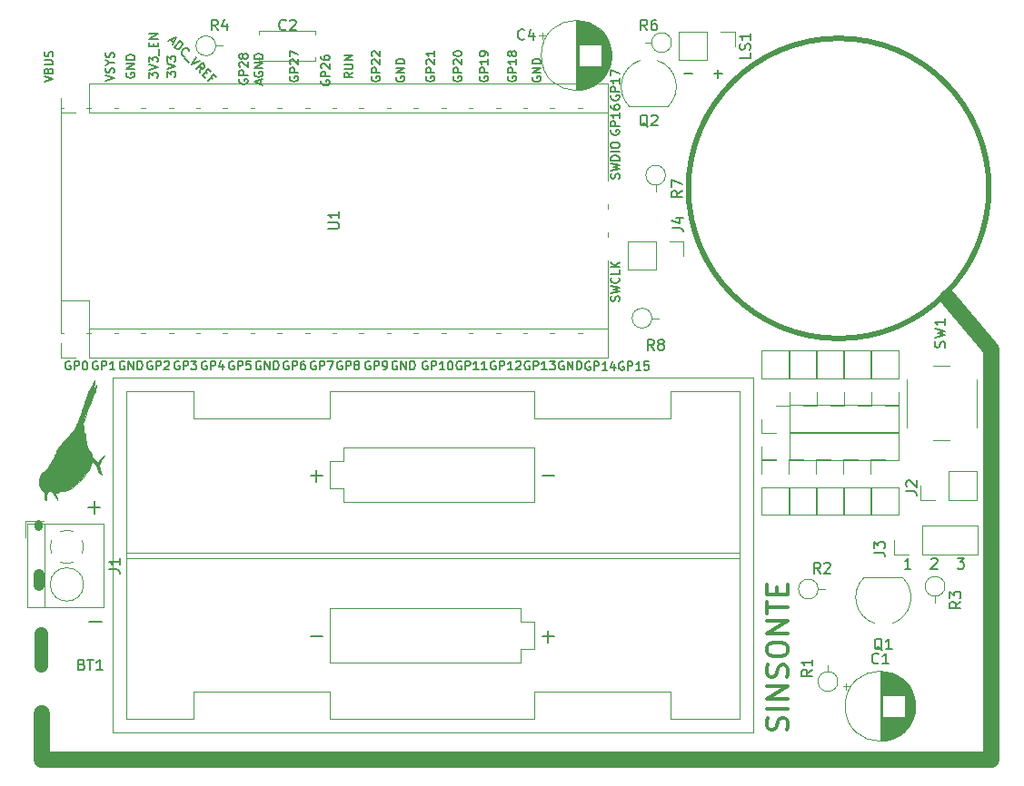
<source format=gbr>
G04 #@! TF.GenerationSoftware,KiCad,Pcbnew,5.1.5+dfsg1-2build2*
G04 #@! TF.CreationDate,2021-11-10T17:59:43-05:00*
G04 #@! TF.ProjectId,SINSONTE_MODEL_A,53494e53-4f4e-4544-955f-4d4f44454c5f,rev?*
G04 #@! TF.SameCoordinates,Original*
G04 #@! TF.FileFunction,Legend,Top*
G04 #@! TF.FilePolarity,Positive*
%FSLAX46Y46*%
G04 Gerber Fmt 4.6, Leading zero omitted, Abs format (unit mm)*
G04 Created by KiCad (PCBNEW 5.1.5+dfsg1-2build2) date 2021-11-10 17:59:43*
%MOMM*%
%LPD*%
G04 APERTURE LIST*
%ADD10C,0.150000*%
%ADD11C,0.750000*%
%ADD12C,1.000000*%
%ADD13C,1.250000*%
%ADD14C,1.500000*%
%ADD15C,0.350000*%
%ADD16C,0.500000*%
%ADD17C,0.120000*%
%ADD18C,0.010000*%
G04 APERTURE END LIST*
D10*
X131731023Y-101480880D02*
X131159595Y-101480880D01*
X131445309Y-101480880D02*
X131445309Y-100480880D01*
X131350071Y-100623738D01*
X131254833Y-100718976D01*
X131159595Y-100766595D01*
X133635785Y-100576119D02*
X133683404Y-100528500D01*
X133778642Y-100480880D01*
X134016738Y-100480880D01*
X134111976Y-100528500D01*
X134159595Y-100576119D01*
X134207214Y-100671357D01*
X134207214Y-100766595D01*
X134159595Y-100909452D01*
X133588166Y-101480880D01*
X134207214Y-101480880D01*
X136064357Y-100480880D02*
X136683404Y-100480880D01*
X136350071Y-100861833D01*
X136492928Y-100861833D01*
X136588166Y-100909452D01*
X136635785Y-100957071D01*
X136683404Y-101052309D01*
X136683404Y-101290404D01*
X136635785Y-101385642D01*
X136588166Y-101433261D01*
X136492928Y-101480880D01*
X136207214Y-101480880D01*
X136111976Y-101433261D01*
X136064357Y-101385642D01*
X110633095Y-55316428D02*
X111395000Y-55316428D01*
X113395000Y-55316428D02*
X114156904Y-55316428D01*
X113775952Y-55697380D02*
X113775952Y-54935476D01*
D11*
X50375000Y-97300000D02*
X50375000Y-97500000D01*
D12*
X50500000Y-102000000D02*
X50500000Y-103000000D01*
D13*
X50625000Y-107500000D02*
X50625000Y-110500000D01*
D14*
X50750000Y-115000000D02*
X50750000Y-119250000D01*
D15*
X120189523Y-116537523D02*
X120284761Y-116251809D01*
X120284761Y-115775619D01*
X120189523Y-115585142D01*
X120094285Y-115489904D01*
X119903809Y-115394666D01*
X119713333Y-115394666D01*
X119522857Y-115489904D01*
X119427619Y-115585142D01*
X119332380Y-115775619D01*
X119237142Y-116156571D01*
X119141904Y-116347047D01*
X119046666Y-116442285D01*
X118856190Y-116537523D01*
X118665714Y-116537523D01*
X118475238Y-116442285D01*
X118380000Y-116347047D01*
X118284761Y-116156571D01*
X118284761Y-115680380D01*
X118380000Y-115394666D01*
X120284761Y-114537523D02*
X118284761Y-114537523D01*
X120284761Y-113585142D02*
X118284761Y-113585142D01*
X120284761Y-112442285D01*
X118284761Y-112442285D01*
X120189523Y-111585142D02*
X120284761Y-111299428D01*
X120284761Y-110823238D01*
X120189523Y-110632761D01*
X120094285Y-110537523D01*
X119903809Y-110442285D01*
X119713333Y-110442285D01*
X119522857Y-110537523D01*
X119427619Y-110632761D01*
X119332380Y-110823238D01*
X119237142Y-111204190D01*
X119141904Y-111394666D01*
X119046666Y-111489904D01*
X118856190Y-111585142D01*
X118665714Y-111585142D01*
X118475238Y-111489904D01*
X118380000Y-111394666D01*
X118284761Y-111204190D01*
X118284761Y-110728000D01*
X118380000Y-110442285D01*
X118284761Y-109204190D02*
X118284761Y-108823238D01*
X118380000Y-108632761D01*
X118570476Y-108442285D01*
X118951428Y-108347047D01*
X119618095Y-108347047D01*
X119999047Y-108442285D01*
X120189523Y-108632761D01*
X120284761Y-108823238D01*
X120284761Y-109204190D01*
X120189523Y-109394666D01*
X119999047Y-109585142D01*
X119618095Y-109680380D01*
X118951428Y-109680380D01*
X118570476Y-109585142D01*
X118380000Y-109394666D01*
X118284761Y-109204190D01*
X120284761Y-107489904D02*
X118284761Y-107489904D01*
X120284761Y-106347047D01*
X118284761Y-106347047D01*
X118284761Y-105680380D02*
X118284761Y-104537523D01*
X120284761Y-105108952D02*
X118284761Y-105108952D01*
X119237142Y-103870857D02*
X119237142Y-103204190D01*
X120284761Y-102918476D02*
X120284761Y-103870857D01*
X118284761Y-103870857D01*
X118284761Y-102918476D01*
D14*
X135200000Y-76200000D02*
X139250000Y-81000000D01*
X139250000Y-119250000D02*
X139250000Y-81000000D01*
X50750000Y-119250000D02*
X139250000Y-119250000D01*
D16*
X139000000Y-66000000D02*
G75*
G03X139000000Y-66000000I-14000000J0D01*
G01*
D17*
X120456000Y-86293000D02*
X119126000Y-86293000D01*
X120456000Y-84963000D02*
X120456000Y-86293000D01*
X120456000Y-83693000D02*
X117796000Y-83693000D01*
X117796000Y-83693000D02*
X117796000Y-81093000D01*
X120456000Y-83693000D02*
X120456000Y-81093000D01*
X120456000Y-81093000D02*
X117796000Y-81093000D01*
X122996000Y-86293000D02*
X121666000Y-86293000D01*
X122996000Y-84963000D02*
X122996000Y-86293000D01*
X122996000Y-83693000D02*
X120336000Y-83693000D01*
X120336000Y-83693000D02*
X120336000Y-81093000D01*
X122996000Y-83693000D02*
X122996000Y-81093000D01*
X122996000Y-81093000D02*
X120336000Y-81093000D01*
X125536000Y-86293000D02*
X124206000Y-86293000D01*
X125536000Y-84963000D02*
X125536000Y-86293000D01*
X125536000Y-83693000D02*
X122876000Y-83693000D01*
X122876000Y-83693000D02*
X122876000Y-81093000D01*
X125536000Y-83693000D02*
X125536000Y-81093000D01*
X125536000Y-81093000D02*
X122876000Y-81093000D01*
X128076000Y-86293000D02*
X126746000Y-86293000D01*
X128076000Y-84963000D02*
X128076000Y-86293000D01*
X128076000Y-83693000D02*
X125416000Y-83693000D01*
X125416000Y-83693000D02*
X125416000Y-81093000D01*
X128076000Y-83693000D02*
X128076000Y-81093000D01*
X128076000Y-81093000D02*
X125416000Y-81093000D01*
X130616000Y-86293000D02*
X129286000Y-86293000D01*
X130616000Y-84963000D02*
X130616000Y-86293000D01*
X130616000Y-83693000D02*
X127956000Y-83693000D01*
X127956000Y-83693000D02*
X127956000Y-81093000D01*
X130616000Y-83693000D02*
X130616000Y-81093000D01*
X130616000Y-81093000D02*
X127956000Y-81093000D01*
X117796000Y-91253000D02*
X119126000Y-91253000D01*
X117796000Y-92583000D02*
X117796000Y-91253000D01*
X117796000Y-93853000D02*
X120456000Y-93853000D01*
X120456000Y-93853000D02*
X120456000Y-96453000D01*
X117796000Y-93853000D02*
X117796000Y-96453000D01*
X117796000Y-96453000D02*
X120456000Y-96453000D01*
X120336000Y-91253000D02*
X121666000Y-91253000D01*
X120336000Y-92583000D02*
X120336000Y-91253000D01*
X120336000Y-93853000D02*
X122996000Y-93853000D01*
X122996000Y-93853000D02*
X122996000Y-96453000D01*
X120336000Y-93853000D02*
X120336000Y-96453000D01*
X120336000Y-96453000D02*
X122996000Y-96453000D01*
X122876000Y-91253000D02*
X124206000Y-91253000D01*
X122876000Y-92583000D02*
X122876000Y-91253000D01*
X122876000Y-93853000D02*
X125536000Y-93853000D01*
X125536000Y-93853000D02*
X125536000Y-96453000D01*
X122876000Y-93853000D02*
X122876000Y-96453000D01*
X122876000Y-96453000D02*
X125536000Y-96453000D01*
X125416000Y-91253000D02*
X126746000Y-91253000D01*
X125416000Y-92583000D02*
X125416000Y-91253000D01*
X125416000Y-93853000D02*
X128076000Y-93853000D01*
X128076000Y-93853000D02*
X128076000Y-96453000D01*
X125416000Y-93853000D02*
X125416000Y-96453000D01*
X125416000Y-96453000D02*
X128076000Y-96453000D01*
X127956000Y-91253000D02*
X129286000Y-91253000D01*
X127956000Y-92583000D02*
X127956000Y-91253000D01*
X127956000Y-93853000D02*
X130616000Y-93853000D01*
X130616000Y-93853000D02*
X130616000Y-96453000D01*
X127956000Y-93853000D02*
X127956000Y-96453000D01*
X127956000Y-96453000D02*
X130616000Y-96453000D01*
X117796000Y-91373000D02*
X117796000Y-90043000D01*
X119126000Y-91373000D02*
X117796000Y-91373000D01*
X120396000Y-91373000D02*
X120396000Y-88713000D01*
X120396000Y-88713000D02*
X130616000Y-88713000D01*
X120396000Y-91373000D02*
X130616000Y-91373000D01*
X130616000Y-91373000D02*
X130616000Y-88713000D01*
X117796000Y-88833000D02*
X117796000Y-87503000D01*
X119126000Y-88833000D02*
X117796000Y-88833000D01*
X120396000Y-88833000D02*
X120396000Y-86173000D01*
X120396000Y-86173000D02*
X130616000Y-86173000D01*
X120396000Y-88833000D02*
X130616000Y-88833000D01*
X130616000Y-88833000D02*
X130616000Y-86173000D01*
X52540000Y-58900000D02*
X52540000Y-57570000D01*
X53870000Y-58900000D02*
X52540000Y-58900000D01*
X55140000Y-58900000D02*
X55140000Y-56240000D01*
X55140000Y-56240000D02*
X103460000Y-56240000D01*
X55140000Y-58900000D02*
X103460000Y-58900000D01*
X103460000Y-58900000D02*
X103460000Y-56240000D01*
X52540000Y-81760000D02*
X52540000Y-80430000D01*
X53870000Y-81760000D02*
X52540000Y-81760000D01*
X55140000Y-81760000D02*
X55140000Y-79100000D01*
X55140000Y-79100000D02*
X103460000Y-79100000D01*
X55140000Y-81760000D02*
X103460000Y-81760000D01*
X103460000Y-81760000D02*
X103460000Y-79100000D01*
X52500000Y-79500000D02*
X52500000Y-58500000D01*
X103500000Y-72700000D02*
X103500000Y-79500000D01*
X55167000Y-79500000D02*
X55167000Y-76493000D01*
X55167000Y-76493000D02*
X52500000Y-76493000D01*
X52500000Y-79500000D02*
X52800000Y-79500000D01*
X54900000Y-79500000D02*
X55300000Y-79500000D01*
X57500000Y-79500000D02*
X57900000Y-79500000D01*
X60000000Y-79500000D02*
X60400000Y-79500000D01*
X62600000Y-79500000D02*
X63000000Y-79500000D01*
X65100000Y-79500000D02*
X65500000Y-79500000D01*
X67600000Y-79500000D02*
X68000000Y-79500000D01*
X70200000Y-79500000D02*
X70600000Y-79500000D01*
X72700000Y-79500000D02*
X73100000Y-79500000D01*
X75300000Y-79500000D02*
X75700000Y-79500000D01*
X77800000Y-79500000D02*
X78200000Y-79500000D01*
X80300000Y-79500000D02*
X80700000Y-79500000D01*
X82900000Y-79500000D02*
X83300000Y-79500000D01*
X85400000Y-79500000D02*
X85800000Y-79500000D01*
X88000000Y-79500000D02*
X88400000Y-79500000D01*
X90500000Y-79500000D02*
X90900000Y-79500000D01*
X93100000Y-79500000D02*
X93500000Y-79500000D01*
X95600000Y-79500000D02*
X96000000Y-79500000D01*
X98100000Y-79500000D02*
X98500000Y-79500000D01*
X100700000Y-79500000D02*
X101100000Y-79500000D01*
X67600000Y-58500000D02*
X68000000Y-58500000D01*
X72700000Y-58500000D02*
X73100000Y-58500000D01*
X80300000Y-58500000D02*
X80700000Y-58500000D01*
X88000000Y-58500000D02*
X88400000Y-58500000D01*
X57500000Y-58500000D02*
X57900000Y-58500000D01*
X54900000Y-58500000D02*
X55300000Y-58500000D01*
X62600000Y-58500000D02*
X63000000Y-58500000D01*
X95600000Y-58500000D02*
X96000000Y-58500000D01*
X100700000Y-58500000D02*
X101100000Y-58500000D01*
X98100000Y-58500000D02*
X98500000Y-58500000D01*
X82900000Y-58500000D02*
X83300000Y-58500000D01*
X77800000Y-58500000D02*
X78200000Y-58500000D01*
X65100000Y-58500000D02*
X65500000Y-58500000D01*
X70200000Y-58500000D02*
X70600000Y-58500000D01*
X90500000Y-58500000D02*
X90900000Y-58500000D01*
X75300000Y-58500000D02*
X75700000Y-58500000D01*
X52500000Y-58500000D02*
X52800000Y-58500000D01*
X60000000Y-58500000D02*
X60400000Y-58500000D01*
X85400000Y-58500000D02*
X85800000Y-58500000D01*
X93100000Y-58500000D02*
X93500000Y-58500000D01*
X103500000Y-58500000D02*
X103500000Y-65300000D01*
X103500000Y-70500000D02*
X103500000Y-70100000D01*
X103500000Y-67900000D02*
X103500000Y-67500000D01*
X49186000Y-97041000D02*
X49186000Y-98541000D01*
X50926000Y-97041000D02*
X49186000Y-97041000D01*
X56546000Y-105101000D02*
X49426000Y-105101000D01*
X56546000Y-97281000D02*
X49426000Y-97281000D01*
X49426000Y-97281000D02*
X49426000Y-105101000D01*
X56546000Y-97281000D02*
X56546000Y-105101000D01*
X50986000Y-97281000D02*
X50986000Y-105101000D01*
X54641000Y-102941000D02*
G75*
G03X54641000Y-102941000I-1555000J0D01*
G01*
X51530508Y-99468011D02*
G75*
G02X51654000Y-98833000I1555492J27011D01*
G01*
X52478258Y-98008891D02*
G75*
G02X53694000Y-98009000I607742J-1432109D01*
G01*
X54518109Y-98833258D02*
G75*
G02X54518000Y-100049000I-1432109J-607742D01*
G01*
X53693742Y-100873109D02*
G75*
G02X52478000Y-100873000I-607742J1432109D01*
G01*
X51654615Y-100048587D02*
G75*
G02X51531000Y-99441000I1431385J607587D01*
G01*
D18*
G36*
X50471107Y-93151843D02*
G01*
X50508203Y-93042115D01*
X50545451Y-92986218D01*
X50569441Y-92943324D01*
X50588578Y-92883659D01*
X50589503Y-92879334D01*
X50612723Y-92804728D01*
X50650923Y-92719578D01*
X50696995Y-92636727D01*
X50743829Y-92569017D01*
X50782719Y-92530303D01*
X50908352Y-92435752D01*
X51044989Y-92311840D01*
X51184842Y-92167137D01*
X51320124Y-92010216D01*
X51443047Y-91849649D01*
X51545822Y-91694008D01*
X51552121Y-91683417D01*
X51611521Y-91578815D01*
X51680284Y-91451338D01*
X51754495Y-91308880D01*
X51830239Y-91159335D01*
X51903603Y-91010597D01*
X51970671Y-90870558D01*
X52027529Y-90747113D01*
X52070263Y-90648155D01*
X52087459Y-90603917D01*
X52135380Y-90477025D01*
X52181952Y-90369676D01*
X52232300Y-90274226D01*
X52291550Y-90183028D01*
X52364825Y-90088438D01*
X52457252Y-89982810D01*
X52573956Y-89858498D01*
X52617359Y-89813427D01*
X52724389Y-89698778D01*
X52845792Y-89562256D01*
X52970975Y-89416174D01*
X53089346Y-89272848D01*
X53170840Y-89169974D01*
X53254417Y-89063659D01*
X53331562Y-88968873D01*
X53397842Y-88890797D01*
X53448827Y-88834609D01*
X53480085Y-88805491D01*
X53484949Y-88802809D01*
X53518327Y-88782492D01*
X53571065Y-88739956D01*
X53633130Y-88683444D01*
X53648881Y-88668144D01*
X53700271Y-88615802D01*
X53739331Y-88569297D01*
X53771414Y-88519139D01*
X53801873Y-88455837D01*
X53836062Y-88369899D01*
X53871566Y-88273308D01*
X53925699Y-88127012D01*
X53971096Y-88012740D01*
X54011638Y-87922109D01*
X54051205Y-87846734D01*
X54093680Y-87778232D01*
X54115475Y-87746417D01*
X54155026Y-87677751D01*
X54202793Y-87574582D01*
X54256263Y-87443358D01*
X54312921Y-87290526D01*
X54370252Y-87122535D01*
X54418894Y-86968495D01*
X54457749Y-86843415D01*
X54506154Y-86692008D01*
X54561917Y-86520765D01*
X54622847Y-86336174D01*
X54686751Y-86144725D01*
X54751440Y-85952905D01*
X54814722Y-85767205D01*
X54874404Y-85594113D01*
X54928297Y-85440118D01*
X54974209Y-85311709D01*
X55009948Y-85215374D01*
X55017519Y-85195834D01*
X55056558Y-85102135D01*
X55108276Y-84986451D01*
X55169573Y-84854952D01*
X55237348Y-84713813D01*
X55308502Y-84569206D01*
X55379935Y-84427303D01*
X55448546Y-84294278D01*
X55511236Y-84176302D01*
X55564905Y-84079550D01*
X55606453Y-84010194D01*
X55628735Y-83978750D01*
X55683033Y-83915250D01*
X55672244Y-84053506D01*
X55659107Y-84146275D01*
X55636602Y-84239853D01*
X55617894Y-84293386D01*
X55592726Y-84359183D01*
X55576992Y-84413941D01*
X55574333Y-84433277D01*
X55565873Y-84474916D01*
X55544511Y-84535642D01*
X55532464Y-84563814D01*
X55503155Y-84657185D01*
X55491331Y-84757098D01*
X55491329Y-84761917D01*
X55492062Y-84867750D01*
X55573361Y-84698417D01*
X55614095Y-84621324D01*
X55663766Y-84538739D01*
X55717210Y-84457854D01*
X55769264Y-84385865D01*
X55814763Y-84329963D01*
X55848542Y-84297343D01*
X55864193Y-84293305D01*
X55867619Y-84321777D01*
X55858449Y-84377765D01*
X55839900Y-84449514D01*
X55815189Y-84525271D01*
X55787535Y-84593283D01*
X55775505Y-84617282D01*
X55746178Y-84682595D01*
X55744862Y-84720966D01*
X55749391Y-84727425D01*
X55756579Y-84759941D01*
X55742354Y-84822974D01*
X55706216Y-84917944D01*
X55647669Y-85046271D01*
X55612020Y-85119008D01*
X55566498Y-85219881D01*
X55523686Y-85330973D01*
X55492111Y-85429968D01*
X55489645Y-85439334D01*
X55467775Y-85510112D01*
X55431946Y-85609388D01*
X55385995Y-85727248D01*
X55333759Y-85853779D01*
X55291891Y-85950373D01*
X55238743Y-86070448D01*
X55193953Y-86172827D01*
X55155419Y-86263343D01*
X55121035Y-86347832D01*
X55088697Y-86432128D01*
X55056303Y-86522065D01*
X55021747Y-86623478D01*
X54982925Y-86742201D01*
X54937734Y-86884068D01*
X54884069Y-87054914D01*
X54822614Y-87251644D01*
X54600461Y-87963372D01*
X54621112Y-88299394D01*
X54633241Y-88468410D01*
X54647123Y-88599915D01*
X54663917Y-88698731D01*
X54684780Y-88769676D01*
X54710872Y-88817570D01*
X54743350Y-88847233D01*
X54754183Y-88853139D01*
X54783544Y-88871877D01*
X54804742Y-88899656D01*
X54818849Y-88942665D01*
X54826938Y-89007095D01*
X54830081Y-89099133D01*
X54829351Y-89224970D01*
X54828321Y-89281000D01*
X54833428Y-89482276D01*
X54855637Y-89681550D01*
X54893024Y-89872117D01*
X54943665Y-90047268D01*
X55005634Y-90200296D01*
X55077007Y-90324493D01*
X55152321Y-90410144D01*
X55208821Y-90468114D01*
X55256327Y-90532191D01*
X55266952Y-90551000D01*
X55306810Y-90621120D01*
X55352402Y-90689529D01*
X55354582Y-90692463D01*
X55386838Y-90747734D01*
X55401974Y-90812192D01*
X55405000Y-90881208D01*
X55405000Y-91002573D01*
X55961918Y-91565003D01*
X56053703Y-91401960D01*
X56173593Y-91226821D01*
X56316788Y-91084447D01*
X56459300Y-90988888D01*
X56517482Y-90958678D01*
X56557311Y-90940514D01*
X56569166Y-90937970D01*
X56557595Y-90957571D01*
X56526183Y-91004263D01*
X56479877Y-91070821D01*
X56429787Y-91141419D01*
X56356873Y-91251786D01*
X56286340Y-91373748D01*
X56222124Y-91498867D01*
X56168163Y-91618702D01*
X56128393Y-91724815D01*
X56106750Y-91808766D01*
X56103958Y-91839937D01*
X56114679Y-91953728D01*
X56143455Y-92092201D01*
X56186956Y-92243503D01*
X56241856Y-92395778D01*
X56292751Y-92512441D01*
X56337403Y-92606413D01*
X56365017Y-92667384D01*
X56376862Y-92700525D01*
X56374206Y-92711004D01*
X56358319Y-92703992D01*
X56335990Y-92688589D01*
X56221285Y-92597272D01*
X56120734Y-92498693D01*
X56039603Y-92399511D01*
X55983158Y-92306386D01*
X55956667Y-92225980D01*
X55955333Y-92207209D01*
X55945682Y-92165383D01*
X55921655Y-92107583D01*
X55913000Y-92090639D01*
X55885623Y-92025558D01*
X55871284Y-91964143D01*
X55870666Y-91953008D01*
X55864424Y-91923221D01*
X55843054Y-91885273D01*
X55802592Y-91834212D01*
X55739073Y-91765082D01*
X55648533Y-91672930D01*
X55638535Y-91662951D01*
X55558433Y-91584204D01*
X55489155Y-91518198D01*
X55435990Y-91469803D01*
X55404225Y-91443892D01*
X55397712Y-91441062D01*
X55390632Y-91464773D01*
X55378807Y-91520558D01*
X55364212Y-91598697D01*
X55355812Y-91647137D01*
X55335410Y-91743414D01*
X55305209Y-91842297D01*
X55262691Y-91949046D01*
X55205338Y-92068920D01*
X55130632Y-92207178D01*
X55036053Y-92369081D01*
X54919085Y-92559887D01*
X54917872Y-92561834D01*
X54744503Y-92810846D01*
X54542852Y-93050377D01*
X54322233Y-93270570D01*
X54091961Y-93461563D01*
X54016904Y-93515493D01*
X53909775Y-93594737D01*
X53790338Y-93691450D01*
X53674985Y-93791980D01*
X53599459Y-93863199D01*
X53400112Y-94060292D01*
X53070713Y-94168313D01*
X52934858Y-94212218D01*
X52831832Y-94243314D01*
X52754516Y-94262808D01*
X52695795Y-94271907D01*
X52648550Y-94271818D01*
X52605665Y-94263749D01*
X52571493Y-94252981D01*
X52535405Y-94243545D01*
X52499641Y-94244833D01*
X52453759Y-94259682D01*
X52387314Y-94290932D01*
X52337241Y-94316647D01*
X52248600Y-94358604D01*
X52161233Y-94393005D01*
X52090666Y-94413915D01*
X52075961Y-94416553D01*
X51981943Y-94429440D01*
X52022909Y-94538095D01*
X52052758Y-94610301D01*
X52094283Y-94702025D01*
X52139340Y-94795379D01*
X52146937Y-94810464D01*
X52198108Y-94918215D01*
X52224852Y-94991796D01*
X52227219Y-95031579D01*
X52205255Y-95037936D01*
X52174574Y-95022135D01*
X52146407Y-94992352D01*
X52103332Y-94933472D01*
X52050426Y-94853720D01*
X51992766Y-94761316D01*
X51935428Y-94664485D01*
X51883490Y-94571448D01*
X51842029Y-94490429D01*
X51829549Y-94463307D01*
X51793151Y-94383424D01*
X51763888Y-94332446D01*
X51732782Y-94300132D01*
X51690856Y-94276239D01*
X51650624Y-94259187D01*
X51572129Y-94232384D01*
X51494561Y-94213658D01*
X51462223Y-94209227D01*
X51406026Y-94210011D01*
X51370395Y-94230184D01*
X51339731Y-94273332D01*
X51314718Y-94321939D01*
X51280273Y-94398802D01*
X51241403Y-94492384D01*
X51211378Y-94569176D01*
X51173667Y-94671018D01*
X51149603Y-94745868D01*
X51136780Y-94805901D01*
X51132789Y-94863295D01*
X51135222Y-94930227D01*
X51136429Y-94948146D01*
X51139559Y-95043641D01*
X51132489Y-95098472D01*
X51114994Y-95113117D01*
X51086846Y-95088052D01*
X51076795Y-95073632D01*
X51040891Y-94991090D01*
X51018093Y-94879338D01*
X51009733Y-94749828D01*
X51017146Y-94614013D01*
X51020373Y-94588966D01*
X51044086Y-94421288D01*
X50867267Y-94253915D01*
X50729777Y-94108546D01*
X50626400Y-93961484D01*
X50550168Y-93800825D01*
X50494856Y-93617785D01*
X50463963Y-93445545D01*
X50456203Y-93288275D01*
X50471107Y-93151843D01*
G37*
X50471107Y-93151843D02*
X50508203Y-93042115D01*
X50545451Y-92986218D01*
X50569441Y-92943324D01*
X50588578Y-92883659D01*
X50589503Y-92879334D01*
X50612723Y-92804728D01*
X50650923Y-92719578D01*
X50696995Y-92636727D01*
X50743829Y-92569017D01*
X50782719Y-92530303D01*
X50908352Y-92435752D01*
X51044989Y-92311840D01*
X51184842Y-92167137D01*
X51320124Y-92010216D01*
X51443047Y-91849649D01*
X51545822Y-91694008D01*
X51552121Y-91683417D01*
X51611521Y-91578815D01*
X51680284Y-91451338D01*
X51754495Y-91308880D01*
X51830239Y-91159335D01*
X51903603Y-91010597D01*
X51970671Y-90870558D01*
X52027529Y-90747113D01*
X52070263Y-90648155D01*
X52087459Y-90603917D01*
X52135380Y-90477025D01*
X52181952Y-90369676D01*
X52232300Y-90274226D01*
X52291550Y-90183028D01*
X52364825Y-90088438D01*
X52457252Y-89982810D01*
X52573956Y-89858498D01*
X52617359Y-89813427D01*
X52724389Y-89698778D01*
X52845792Y-89562256D01*
X52970975Y-89416174D01*
X53089346Y-89272848D01*
X53170840Y-89169974D01*
X53254417Y-89063659D01*
X53331562Y-88968873D01*
X53397842Y-88890797D01*
X53448827Y-88834609D01*
X53480085Y-88805491D01*
X53484949Y-88802809D01*
X53518327Y-88782492D01*
X53571065Y-88739956D01*
X53633130Y-88683444D01*
X53648881Y-88668144D01*
X53700271Y-88615802D01*
X53739331Y-88569297D01*
X53771414Y-88519139D01*
X53801873Y-88455837D01*
X53836062Y-88369899D01*
X53871566Y-88273308D01*
X53925699Y-88127012D01*
X53971096Y-88012740D01*
X54011638Y-87922109D01*
X54051205Y-87846734D01*
X54093680Y-87778232D01*
X54115475Y-87746417D01*
X54155026Y-87677751D01*
X54202793Y-87574582D01*
X54256263Y-87443358D01*
X54312921Y-87290526D01*
X54370252Y-87122535D01*
X54418894Y-86968495D01*
X54457749Y-86843415D01*
X54506154Y-86692008D01*
X54561917Y-86520765D01*
X54622847Y-86336174D01*
X54686751Y-86144725D01*
X54751440Y-85952905D01*
X54814722Y-85767205D01*
X54874404Y-85594113D01*
X54928297Y-85440118D01*
X54974209Y-85311709D01*
X55009948Y-85215374D01*
X55017519Y-85195834D01*
X55056558Y-85102135D01*
X55108276Y-84986451D01*
X55169573Y-84854952D01*
X55237348Y-84713813D01*
X55308502Y-84569206D01*
X55379935Y-84427303D01*
X55448546Y-84294278D01*
X55511236Y-84176302D01*
X55564905Y-84079550D01*
X55606453Y-84010194D01*
X55628735Y-83978750D01*
X55683033Y-83915250D01*
X55672244Y-84053506D01*
X55659107Y-84146275D01*
X55636602Y-84239853D01*
X55617894Y-84293386D01*
X55592726Y-84359183D01*
X55576992Y-84413941D01*
X55574333Y-84433277D01*
X55565873Y-84474916D01*
X55544511Y-84535642D01*
X55532464Y-84563814D01*
X55503155Y-84657185D01*
X55491331Y-84757098D01*
X55491329Y-84761917D01*
X55492062Y-84867750D01*
X55573361Y-84698417D01*
X55614095Y-84621324D01*
X55663766Y-84538739D01*
X55717210Y-84457854D01*
X55769264Y-84385865D01*
X55814763Y-84329963D01*
X55848542Y-84297343D01*
X55864193Y-84293305D01*
X55867619Y-84321777D01*
X55858449Y-84377765D01*
X55839900Y-84449514D01*
X55815189Y-84525271D01*
X55787535Y-84593283D01*
X55775505Y-84617282D01*
X55746178Y-84682595D01*
X55744862Y-84720966D01*
X55749391Y-84727425D01*
X55756579Y-84759941D01*
X55742354Y-84822974D01*
X55706216Y-84917944D01*
X55647669Y-85046271D01*
X55612020Y-85119008D01*
X55566498Y-85219881D01*
X55523686Y-85330973D01*
X55492111Y-85429968D01*
X55489645Y-85439334D01*
X55467775Y-85510112D01*
X55431946Y-85609388D01*
X55385995Y-85727248D01*
X55333759Y-85853779D01*
X55291891Y-85950373D01*
X55238743Y-86070448D01*
X55193953Y-86172827D01*
X55155419Y-86263343D01*
X55121035Y-86347832D01*
X55088697Y-86432128D01*
X55056303Y-86522065D01*
X55021747Y-86623478D01*
X54982925Y-86742201D01*
X54937734Y-86884068D01*
X54884069Y-87054914D01*
X54822614Y-87251644D01*
X54600461Y-87963372D01*
X54621112Y-88299394D01*
X54633241Y-88468410D01*
X54647123Y-88599915D01*
X54663917Y-88698731D01*
X54684780Y-88769676D01*
X54710872Y-88817570D01*
X54743350Y-88847233D01*
X54754183Y-88853139D01*
X54783544Y-88871877D01*
X54804742Y-88899656D01*
X54818849Y-88942665D01*
X54826938Y-89007095D01*
X54830081Y-89099133D01*
X54829351Y-89224970D01*
X54828321Y-89281000D01*
X54833428Y-89482276D01*
X54855637Y-89681550D01*
X54893024Y-89872117D01*
X54943665Y-90047268D01*
X55005634Y-90200296D01*
X55077007Y-90324493D01*
X55152321Y-90410144D01*
X55208821Y-90468114D01*
X55256327Y-90532191D01*
X55266952Y-90551000D01*
X55306810Y-90621120D01*
X55352402Y-90689529D01*
X55354582Y-90692463D01*
X55386838Y-90747734D01*
X55401974Y-90812192D01*
X55405000Y-90881208D01*
X55405000Y-91002573D01*
X55961918Y-91565003D01*
X56053703Y-91401960D01*
X56173593Y-91226821D01*
X56316788Y-91084447D01*
X56459300Y-90988888D01*
X56517482Y-90958678D01*
X56557311Y-90940514D01*
X56569166Y-90937970D01*
X56557595Y-90957571D01*
X56526183Y-91004263D01*
X56479877Y-91070821D01*
X56429787Y-91141419D01*
X56356873Y-91251786D01*
X56286340Y-91373748D01*
X56222124Y-91498867D01*
X56168163Y-91618702D01*
X56128393Y-91724815D01*
X56106750Y-91808766D01*
X56103958Y-91839937D01*
X56114679Y-91953728D01*
X56143455Y-92092201D01*
X56186956Y-92243503D01*
X56241856Y-92395778D01*
X56292751Y-92512441D01*
X56337403Y-92606413D01*
X56365017Y-92667384D01*
X56376862Y-92700525D01*
X56374206Y-92711004D01*
X56358319Y-92703992D01*
X56335990Y-92688589D01*
X56221285Y-92597272D01*
X56120734Y-92498693D01*
X56039603Y-92399511D01*
X55983158Y-92306386D01*
X55956667Y-92225980D01*
X55955333Y-92207209D01*
X55945682Y-92165383D01*
X55921655Y-92107583D01*
X55913000Y-92090639D01*
X55885623Y-92025558D01*
X55871284Y-91964143D01*
X55870666Y-91953008D01*
X55864424Y-91923221D01*
X55843054Y-91885273D01*
X55802592Y-91834212D01*
X55739073Y-91765082D01*
X55648533Y-91672930D01*
X55638535Y-91662951D01*
X55558433Y-91584204D01*
X55489155Y-91518198D01*
X55435990Y-91469803D01*
X55404225Y-91443892D01*
X55397712Y-91441062D01*
X55390632Y-91464773D01*
X55378807Y-91520558D01*
X55364212Y-91598697D01*
X55355812Y-91647137D01*
X55335410Y-91743414D01*
X55305209Y-91842297D01*
X55262691Y-91949046D01*
X55205338Y-92068920D01*
X55130632Y-92207178D01*
X55036053Y-92369081D01*
X54919085Y-92559887D01*
X54917872Y-92561834D01*
X54744503Y-92810846D01*
X54542852Y-93050377D01*
X54322233Y-93270570D01*
X54091961Y-93461563D01*
X54016904Y-93515493D01*
X53909775Y-93594737D01*
X53790338Y-93691450D01*
X53674985Y-93791980D01*
X53599459Y-93863199D01*
X53400112Y-94060292D01*
X53070713Y-94168313D01*
X52934858Y-94212218D01*
X52831832Y-94243314D01*
X52754516Y-94262808D01*
X52695795Y-94271907D01*
X52648550Y-94271818D01*
X52605665Y-94263749D01*
X52571493Y-94252981D01*
X52535405Y-94243545D01*
X52499641Y-94244833D01*
X52453759Y-94259682D01*
X52387314Y-94290932D01*
X52337241Y-94316647D01*
X52248600Y-94358604D01*
X52161233Y-94393005D01*
X52090666Y-94413915D01*
X52075961Y-94416553D01*
X51981943Y-94429440D01*
X52022909Y-94538095D01*
X52052758Y-94610301D01*
X52094283Y-94702025D01*
X52139340Y-94795379D01*
X52146937Y-94810464D01*
X52198108Y-94918215D01*
X52224852Y-94991796D01*
X52227219Y-95031579D01*
X52205255Y-95037936D01*
X52174574Y-95022135D01*
X52146407Y-94992352D01*
X52103332Y-94933472D01*
X52050426Y-94853720D01*
X51992766Y-94761316D01*
X51935428Y-94664485D01*
X51883490Y-94571448D01*
X51842029Y-94490429D01*
X51829549Y-94463307D01*
X51793151Y-94383424D01*
X51763888Y-94332446D01*
X51732782Y-94300132D01*
X51690856Y-94276239D01*
X51650624Y-94259187D01*
X51572129Y-94232384D01*
X51494561Y-94213658D01*
X51462223Y-94209227D01*
X51406026Y-94210011D01*
X51370395Y-94230184D01*
X51339731Y-94273332D01*
X51314718Y-94321939D01*
X51280273Y-94398802D01*
X51241403Y-94492384D01*
X51211378Y-94569176D01*
X51173667Y-94671018D01*
X51149603Y-94745868D01*
X51136780Y-94805901D01*
X51132789Y-94863295D01*
X51135222Y-94930227D01*
X51136429Y-94948146D01*
X51139559Y-95043641D01*
X51132489Y-95098472D01*
X51114994Y-95113117D01*
X51086846Y-95088052D01*
X51076795Y-95073632D01*
X51040891Y-94991090D01*
X51018093Y-94879338D01*
X51009733Y-94749828D01*
X51017146Y-94614013D01*
X51020373Y-94588966D01*
X51044086Y-94421288D01*
X50867267Y-94253915D01*
X50729777Y-94108546D01*
X50626400Y-93961484D01*
X50550168Y-93800825D01*
X50494856Y-93617785D01*
X50463963Y-93445545D01*
X50456203Y-93288275D01*
X50471107Y-93151843D01*
D17*
X109123445Y-58342684D02*
G75*
G03X108095000Y-54065000I-1808445J1827684D01*
G01*
X105503125Y-58356741D02*
G75*
G02X106495000Y-54065000I1811875J1841741D01*
G01*
X105515000Y-58365000D02*
X109115000Y-58365000D01*
X127350555Y-102312316D02*
G75*
G03X128379000Y-106590000I1808445J-1827684D01*
G01*
X130970875Y-102298259D02*
G75*
G02X129979000Y-106590000I-1811875J-1841741D01*
G01*
X130959000Y-102290000D02*
X127359000Y-102290000D01*
X130178500Y-100136000D02*
X130178500Y-98806000D01*
X131508500Y-100136000D02*
X130178500Y-100136000D01*
X132778500Y-100136000D02*
X132778500Y-97476000D01*
X132778500Y-97476000D02*
X137918500Y-97476000D01*
X132778500Y-100136000D02*
X137918500Y-100136000D01*
X137918500Y-100136000D02*
X137918500Y-97476000D01*
X133985000Y-104044000D02*
X133985000Y-104664000D01*
X134905000Y-103124000D02*
G75*
G03X134905000Y-103124000I-920000J0D01*
G01*
X66960000Y-52700000D02*
X67580000Y-52700000D01*
X66960000Y-52700000D02*
G75*
G03X66960000Y-52700000I-920000J0D01*
G01*
X76240000Y-53755000D02*
X76240000Y-54070000D01*
X76240000Y-51330000D02*
X76240000Y-51645000D01*
X71000000Y-53755000D02*
X71000000Y-54070000D01*
X71000000Y-51330000D02*
X71000000Y-51645000D01*
X71000000Y-54070000D02*
X76240000Y-54070000D01*
X71000000Y-51330000D02*
X76240000Y-51330000D01*
X107600000Y-78105000D02*
X108220000Y-78105000D01*
X107600000Y-78105000D02*
G75*
G03X107600000Y-78105000I-920000J0D01*
G01*
X107950000Y-65690000D02*
X107950000Y-66310000D01*
X108870000Y-64770000D02*
G75*
G03X108870000Y-64770000I-920000J0D01*
G01*
X110550000Y-70933000D02*
X110550000Y-72263000D01*
X109220000Y-70933000D02*
X110550000Y-70933000D01*
X107950000Y-70933000D02*
X107950000Y-73593000D01*
X107950000Y-73593000D02*
X105350000Y-73593000D01*
X107950000Y-70933000D02*
X105350000Y-70933000D01*
X105350000Y-70933000D02*
X105350000Y-73593000D01*
X107580000Y-52400000D02*
X106960000Y-52400000D01*
X109420000Y-52400000D02*
G75*
G03X109420000Y-52400000I-920000J0D01*
G01*
X115330000Y-51375000D02*
X115330000Y-52705000D01*
X114000000Y-51375000D02*
X115330000Y-51375000D01*
X112730000Y-51375000D02*
X112730000Y-54035000D01*
X112730000Y-54035000D02*
X110130000Y-54035000D01*
X112730000Y-51375000D02*
X110130000Y-51375000D01*
X110130000Y-51375000D02*
X110130000Y-54035000D01*
X97378759Y-51440000D02*
X97378759Y-52070000D01*
X97063759Y-51755000D02*
X97693759Y-51755000D01*
X103805000Y-53192000D02*
X103805000Y-53996000D01*
X103765000Y-52961000D02*
X103765000Y-54227000D01*
X103725000Y-52792000D02*
X103725000Y-54396000D01*
X103685000Y-52654000D02*
X103685000Y-54534000D01*
X103645000Y-52535000D02*
X103645000Y-54653000D01*
X103605000Y-52429000D02*
X103605000Y-54759000D01*
X103565000Y-52332000D02*
X103565000Y-54856000D01*
X103525000Y-52244000D02*
X103525000Y-54944000D01*
X103485000Y-52162000D02*
X103485000Y-55026000D01*
X103445000Y-52085000D02*
X103445000Y-55103000D01*
X103405000Y-52013000D02*
X103405000Y-55175000D01*
X103365000Y-51944000D02*
X103365000Y-55244000D01*
X103325000Y-51880000D02*
X103325000Y-55308000D01*
X103285000Y-51818000D02*
X103285000Y-55370000D01*
X103245000Y-51760000D02*
X103245000Y-55428000D01*
X103205000Y-51704000D02*
X103205000Y-55484000D01*
X103165000Y-51650000D02*
X103165000Y-55538000D01*
X103125000Y-51599000D02*
X103125000Y-55589000D01*
X103085000Y-51550000D02*
X103085000Y-55638000D01*
X103045000Y-51502000D02*
X103045000Y-55686000D01*
X103005000Y-51457000D02*
X103005000Y-55731000D01*
X102965000Y-51412000D02*
X102965000Y-55776000D01*
X102925000Y-51370000D02*
X102925000Y-55818000D01*
X102885000Y-51329000D02*
X102885000Y-55859000D01*
X102845000Y-54634000D02*
X102845000Y-55899000D01*
X102845000Y-51289000D02*
X102845000Y-52554000D01*
X102805000Y-54634000D02*
X102805000Y-55937000D01*
X102805000Y-51251000D02*
X102805000Y-52554000D01*
X102765000Y-54634000D02*
X102765000Y-55974000D01*
X102765000Y-51214000D02*
X102765000Y-52554000D01*
X102725000Y-54634000D02*
X102725000Y-56010000D01*
X102725000Y-51178000D02*
X102725000Y-52554000D01*
X102685000Y-54634000D02*
X102685000Y-56044000D01*
X102685000Y-51144000D02*
X102685000Y-52554000D01*
X102645000Y-54634000D02*
X102645000Y-56078000D01*
X102645000Y-51110000D02*
X102645000Y-52554000D01*
X102605000Y-54634000D02*
X102605000Y-56110000D01*
X102605000Y-51078000D02*
X102605000Y-52554000D01*
X102565000Y-54634000D02*
X102565000Y-56142000D01*
X102565000Y-51046000D02*
X102565000Y-52554000D01*
X102525000Y-54634000D02*
X102525000Y-56172000D01*
X102525000Y-51016000D02*
X102525000Y-52554000D01*
X102485000Y-54634000D02*
X102485000Y-56201000D01*
X102485000Y-50987000D02*
X102485000Y-52554000D01*
X102445000Y-54634000D02*
X102445000Y-56230000D01*
X102445000Y-50958000D02*
X102445000Y-52554000D01*
X102405000Y-54634000D02*
X102405000Y-56258000D01*
X102405000Y-50930000D02*
X102405000Y-52554000D01*
X102365000Y-54634000D02*
X102365000Y-56284000D01*
X102365000Y-50904000D02*
X102365000Y-52554000D01*
X102325000Y-54634000D02*
X102325000Y-56310000D01*
X102325000Y-50878000D02*
X102325000Y-52554000D01*
X102285000Y-54634000D02*
X102285000Y-56336000D01*
X102285000Y-50852000D02*
X102285000Y-52554000D01*
X102245000Y-54634000D02*
X102245000Y-56360000D01*
X102245000Y-50828000D02*
X102245000Y-52554000D01*
X102205000Y-54634000D02*
X102205000Y-56384000D01*
X102205000Y-50804000D02*
X102205000Y-52554000D01*
X102165000Y-54634000D02*
X102165000Y-56406000D01*
X102165000Y-50782000D02*
X102165000Y-52554000D01*
X102125000Y-54634000D02*
X102125000Y-56428000D01*
X102125000Y-50760000D02*
X102125000Y-52554000D01*
X102085000Y-54634000D02*
X102085000Y-56450000D01*
X102085000Y-50738000D02*
X102085000Y-52554000D01*
X102045000Y-54634000D02*
X102045000Y-56470000D01*
X102045000Y-50718000D02*
X102045000Y-52554000D01*
X102005000Y-54634000D02*
X102005000Y-56490000D01*
X102005000Y-50698000D02*
X102005000Y-52554000D01*
X101965000Y-54634000D02*
X101965000Y-56510000D01*
X101965000Y-50678000D02*
X101965000Y-52554000D01*
X101925000Y-54634000D02*
X101925000Y-56528000D01*
X101925000Y-50660000D02*
X101925000Y-52554000D01*
X101885000Y-54634000D02*
X101885000Y-56546000D01*
X101885000Y-50642000D02*
X101885000Y-52554000D01*
X101845000Y-54634000D02*
X101845000Y-56564000D01*
X101845000Y-50624000D02*
X101845000Y-52554000D01*
X101805000Y-54634000D02*
X101805000Y-56580000D01*
X101805000Y-50608000D02*
X101805000Y-52554000D01*
X101765000Y-54634000D02*
X101765000Y-56596000D01*
X101765000Y-50592000D02*
X101765000Y-52554000D01*
X101725000Y-54634000D02*
X101725000Y-56612000D01*
X101725000Y-50576000D02*
X101725000Y-52554000D01*
X101685000Y-54634000D02*
X101685000Y-56627000D01*
X101685000Y-50561000D02*
X101685000Y-52554000D01*
X101645000Y-54634000D02*
X101645000Y-56641000D01*
X101645000Y-50547000D02*
X101645000Y-52554000D01*
X101605000Y-54634000D02*
X101605000Y-56655000D01*
X101605000Y-50533000D02*
X101605000Y-52554000D01*
X101565000Y-54634000D02*
X101565000Y-56668000D01*
X101565000Y-50520000D02*
X101565000Y-52554000D01*
X101525000Y-54634000D02*
X101525000Y-56680000D01*
X101525000Y-50508000D02*
X101525000Y-52554000D01*
X101485000Y-54634000D02*
X101485000Y-56692000D01*
X101485000Y-50496000D02*
X101485000Y-52554000D01*
X101445000Y-54634000D02*
X101445000Y-56704000D01*
X101445000Y-50484000D02*
X101445000Y-52554000D01*
X101405000Y-54634000D02*
X101405000Y-56715000D01*
X101405000Y-50473000D02*
X101405000Y-52554000D01*
X101365000Y-54634000D02*
X101365000Y-56725000D01*
X101365000Y-50463000D02*
X101365000Y-52554000D01*
X101325000Y-54634000D02*
X101325000Y-56735000D01*
X101325000Y-50453000D02*
X101325000Y-52554000D01*
X101285000Y-54634000D02*
X101285000Y-56744000D01*
X101285000Y-50444000D02*
X101285000Y-52554000D01*
X101244000Y-54634000D02*
X101244000Y-56753000D01*
X101244000Y-50435000D02*
X101244000Y-52554000D01*
X101204000Y-54634000D02*
X101204000Y-56761000D01*
X101204000Y-50427000D02*
X101204000Y-52554000D01*
X101164000Y-54634000D02*
X101164000Y-56769000D01*
X101164000Y-50419000D02*
X101164000Y-52554000D01*
X101124000Y-54634000D02*
X101124000Y-56776000D01*
X101124000Y-50412000D02*
X101124000Y-52554000D01*
X101084000Y-54634000D02*
X101084000Y-56783000D01*
X101084000Y-50405000D02*
X101084000Y-52554000D01*
X101044000Y-54634000D02*
X101044000Y-56789000D01*
X101044000Y-50399000D02*
X101044000Y-52554000D01*
X101004000Y-54634000D02*
X101004000Y-56795000D01*
X101004000Y-50393000D02*
X101004000Y-52554000D01*
X100964000Y-54634000D02*
X100964000Y-56800000D01*
X100964000Y-50388000D02*
X100964000Y-52554000D01*
X100924000Y-54634000D02*
X100924000Y-56805000D01*
X100924000Y-50383000D02*
X100924000Y-52554000D01*
X100884000Y-54634000D02*
X100884000Y-56809000D01*
X100884000Y-50379000D02*
X100884000Y-52554000D01*
X100844000Y-54634000D02*
X100844000Y-56812000D01*
X100844000Y-50376000D02*
X100844000Y-52554000D01*
X100804000Y-54634000D02*
X100804000Y-56816000D01*
X100804000Y-50372000D02*
X100804000Y-52554000D01*
X100764000Y-50370000D02*
X100764000Y-56818000D01*
X100724000Y-50367000D02*
X100724000Y-56821000D01*
X100684000Y-50366000D02*
X100684000Y-56822000D01*
X100644000Y-50364000D02*
X100644000Y-56824000D01*
X100604000Y-50364000D02*
X100604000Y-56824000D01*
X100564000Y-50364000D02*
X100564000Y-56824000D01*
X103834000Y-53594000D02*
G75*
G03X103834000Y-53594000I-3270000J0D01*
G01*
X135334000Y-82531000D02*
X133834000Y-82531000D01*
X131334000Y-83781000D02*
X131334000Y-88281000D01*
X133834000Y-89531000D02*
X135334000Y-89531000D01*
X137834000Y-88281000D02*
X137834000Y-83781000D01*
X132655000Y-95056000D02*
X132655000Y-93726000D01*
X133985000Y-95056000D02*
X132655000Y-95056000D01*
X135255000Y-95056000D02*
X135255000Y-92396000D01*
X135255000Y-92396000D02*
X137855000Y-92396000D01*
X135255000Y-95056000D02*
X137855000Y-95056000D01*
X137855000Y-95056000D02*
X137855000Y-92396000D01*
X123094000Y-103378000D02*
X123714000Y-103378000D01*
X123094000Y-103378000D02*
G75*
G03X123094000Y-103378000I-920000J0D01*
G01*
X124000000Y-111080000D02*
X124000000Y-110460000D01*
X124920000Y-112000000D02*
G75*
G03X124920000Y-112000000I-920000J0D01*
G01*
X125699759Y-112146000D02*
X125699759Y-112776000D01*
X125384759Y-112461000D02*
X126014759Y-112461000D01*
X132126000Y-113898000D02*
X132126000Y-114702000D01*
X132086000Y-113667000D02*
X132086000Y-114933000D01*
X132046000Y-113498000D02*
X132046000Y-115102000D01*
X132006000Y-113360000D02*
X132006000Y-115240000D01*
X131966000Y-113241000D02*
X131966000Y-115359000D01*
X131926000Y-113135000D02*
X131926000Y-115465000D01*
X131886000Y-113038000D02*
X131886000Y-115562000D01*
X131846000Y-112950000D02*
X131846000Y-115650000D01*
X131806000Y-112868000D02*
X131806000Y-115732000D01*
X131766000Y-112791000D02*
X131766000Y-115809000D01*
X131726000Y-112719000D02*
X131726000Y-115881000D01*
X131686000Y-112650000D02*
X131686000Y-115950000D01*
X131646000Y-112586000D02*
X131646000Y-116014000D01*
X131606000Y-112524000D02*
X131606000Y-116076000D01*
X131566000Y-112466000D02*
X131566000Y-116134000D01*
X131526000Y-112410000D02*
X131526000Y-116190000D01*
X131486000Y-112356000D02*
X131486000Y-116244000D01*
X131446000Y-112305000D02*
X131446000Y-116295000D01*
X131406000Y-112256000D02*
X131406000Y-116344000D01*
X131366000Y-112208000D02*
X131366000Y-116392000D01*
X131326000Y-112163000D02*
X131326000Y-116437000D01*
X131286000Y-112118000D02*
X131286000Y-116482000D01*
X131246000Y-112076000D02*
X131246000Y-116524000D01*
X131206000Y-112035000D02*
X131206000Y-116565000D01*
X131166000Y-115340000D02*
X131166000Y-116605000D01*
X131166000Y-111995000D02*
X131166000Y-113260000D01*
X131126000Y-115340000D02*
X131126000Y-116643000D01*
X131126000Y-111957000D02*
X131126000Y-113260000D01*
X131086000Y-115340000D02*
X131086000Y-116680000D01*
X131086000Y-111920000D02*
X131086000Y-113260000D01*
X131046000Y-115340000D02*
X131046000Y-116716000D01*
X131046000Y-111884000D02*
X131046000Y-113260000D01*
X131006000Y-115340000D02*
X131006000Y-116750000D01*
X131006000Y-111850000D02*
X131006000Y-113260000D01*
X130966000Y-115340000D02*
X130966000Y-116784000D01*
X130966000Y-111816000D02*
X130966000Y-113260000D01*
X130926000Y-115340000D02*
X130926000Y-116816000D01*
X130926000Y-111784000D02*
X130926000Y-113260000D01*
X130886000Y-115340000D02*
X130886000Y-116848000D01*
X130886000Y-111752000D02*
X130886000Y-113260000D01*
X130846000Y-115340000D02*
X130846000Y-116878000D01*
X130846000Y-111722000D02*
X130846000Y-113260000D01*
X130806000Y-115340000D02*
X130806000Y-116907000D01*
X130806000Y-111693000D02*
X130806000Y-113260000D01*
X130766000Y-115340000D02*
X130766000Y-116936000D01*
X130766000Y-111664000D02*
X130766000Y-113260000D01*
X130726000Y-115340000D02*
X130726000Y-116964000D01*
X130726000Y-111636000D02*
X130726000Y-113260000D01*
X130686000Y-115340000D02*
X130686000Y-116990000D01*
X130686000Y-111610000D02*
X130686000Y-113260000D01*
X130646000Y-115340000D02*
X130646000Y-117016000D01*
X130646000Y-111584000D02*
X130646000Y-113260000D01*
X130606000Y-115340000D02*
X130606000Y-117042000D01*
X130606000Y-111558000D02*
X130606000Y-113260000D01*
X130566000Y-115340000D02*
X130566000Y-117066000D01*
X130566000Y-111534000D02*
X130566000Y-113260000D01*
X130526000Y-115340000D02*
X130526000Y-117090000D01*
X130526000Y-111510000D02*
X130526000Y-113260000D01*
X130486000Y-115340000D02*
X130486000Y-117112000D01*
X130486000Y-111488000D02*
X130486000Y-113260000D01*
X130446000Y-115340000D02*
X130446000Y-117134000D01*
X130446000Y-111466000D02*
X130446000Y-113260000D01*
X130406000Y-115340000D02*
X130406000Y-117156000D01*
X130406000Y-111444000D02*
X130406000Y-113260000D01*
X130366000Y-115340000D02*
X130366000Y-117176000D01*
X130366000Y-111424000D02*
X130366000Y-113260000D01*
X130326000Y-115340000D02*
X130326000Y-117196000D01*
X130326000Y-111404000D02*
X130326000Y-113260000D01*
X130286000Y-115340000D02*
X130286000Y-117216000D01*
X130286000Y-111384000D02*
X130286000Y-113260000D01*
X130246000Y-115340000D02*
X130246000Y-117234000D01*
X130246000Y-111366000D02*
X130246000Y-113260000D01*
X130206000Y-115340000D02*
X130206000Y-117252000D01*
X130206000Y-111348000D02*
X130206000Y-113260000D01*
X130166000Y-115340000D02*
X130166000Y-117270000D01*
X130166000Y-111330000D02*
X130166000Y-113260000D01*
X130126000Y-115340000D02*
X130126000Y-117286000D01*
X130126000Y-111314000D02*
X130126000Y-113260000D01*
X130086000Y-115340000D02*
X130086000Y-117302000D01*
X130086000Y-111298000D02*
X130086000Y-113260000D01*
X130046000Y-115340000D02*
X130046000Y-117318000D01*
X130046000Y-111282000D02*
X130046000Y-113260000D01*
X130006000Y-115340000D02*
X130006000Y-117333000D01*
X130006000Y-111267000D02*
X130006000Y-113260000D01*
X129966000Y-115340000D02*
X129966000Y-117347000D01*
X129966000Y-111253000D02*
X129966000Y-113260000D01*
X129926000Y-115340000D02*
X129926000Y-117361000D01*
X129926000Y-111239000D02*
X129926000Y-113260000D01*
X129886000Y-115340000D02*
X129886000Y-117374000D01*
X129886000Y-111226000D02*
X129886000Y-113260000D01*
X129846000Y-115340000D02*
X129846000Y-117386000D01*
X129846000Y-111214000D02*
X129846000Y-113260000D01*
X129806000Y-115340000D02*
X129806000Y-117398000D01*
X129806000Y-111202000D02*
X129806000Y-113260000D01*
X129766000Y-115340000D02*
X129766000Y-117410000D01*
X129766000Y-111190000D02*
X129766000Y-113260000D01*
X129726000Y-115340000D02*
X129726000Y-117421000D01*
X129726000Y-111179000D02*
X129726000Y-113260000D01*
X129686000Y-115340000D02*
X129686000Y-117431000D01*
X129686000Y-111169000D02*
X129686000Y-113260000D01*
X129646000Y-115340000D02*
X129646000Y-117441000D01*
X129646000Y-111159000D02*
X129646000Y-113260000D01*
X129606000Y-115340000D02*
X129606000Y-117450000D01*
X129606000Y-111150000D02*
X129606000Y-113260000D01*
X129565000Y-115340000D02*
X129565000Y-117459000D01*
X129565000Y-111141000D02*
X129565000Y-113260000D01*
X129525000Y-115340000D02*
X129525000Y-117467000D01*
X129525000Y-111133000D02*
X129525000Y-113260000D01*
X129485000Y-115340000D02*
X129485000Y-117475000D01*
X129485000Y-111125000D02*
X129485000Y-113260000D01*
X129445000Y-115340000D02*
X129445000Y-117482000D01*
X129445000Y-111118000D02*
X129445000Y-113260000D01*
X129405000Y-115340000D02*
X129405000Y-117489000D01*
X129405000Y-111111000D02*
X129405000Y-113260000D01*
X129365000Y-115340000D02*
X129365000Y-117495000D01*
X129365000Y-111105000D02*
X129365000Y-113260000D01*
X129325000Y-115340000D02*
X129325000Y-117501000D01*
X129325000Y-111099000D02*
X129325000Y-113260000D01*
X129285000Y-115340000D02*
X129285000Y-117506000D01*
X129285000Y-111094000D02*
X129285000Y-113260000D01*
X129245000Y-115340000D02*
X129245000Y-117511000D01*
X129245000Y-111089000D02*
X129245000Y-113260000D01*
X129205000Y-115340000D02*
X129205000Y-117515000D01*
X129205000Y-111085000D02*
X129205000Y-113260000D01*
X129165000Y-115340000D02*
X129165000Y-117518000D01*
X129165000Y-111082000D02*
X129165000Y-113260000D01*
X129125000Y-115340000D02*
X129125000Y-117522000D01*
X129125000Y-111078000D02*
X129125000Y-113260000D01*
X129085000Y-111076000D02*
X129085000Y-117524000D01*
X129045000Y-111073000D02*
X129045000Y-117527000D01*
X129005000Y-111072000D02*
X129005000Y-117528000D01*
X128965000Y-111070000D02*
X128965000Y-117530000D01*
X128925000Y-111070000D02*
X128925000Y-117530000D01*
X128885000Y-111070000D02*
X128885000Y-117530000D01*
X132155000Y-114300000D02*
G75*
G03X132155000Y-114300000I-3270000J0D01*
G01*
X109375000Y-115495000D02*
X109375000Y-112955000D01*
X115750000Y-115495000D02*
X109375000Y-115495000D01*
X115750000Y-84915000D02*
X115750000Y-115495000D01*
X109375000Y-84915000D02*
X109375000Y-87455000D01*
X115750000Y-84915000D02*
X109375000Y-84915000D01*
X64925000Y-112955000D02*
X77625000Y-112955000D01*
X64925000Y-115495000D02*
X64925000Y-112955000D01*
X58580000Y-115495000D02*
X64925000Y-115495000D01*
X58580000Y-84915000D02*
X58580000Y-115495000D01*
X64925000Y-84915000D02*
X58580000Y-84915000D01*
X64925000Y-87455000D02*
X64925000Y-84915000D01*
X64925000Y-87455000D02*
X77625000Y-87455000D01*
X109375000Y-112955000D02*
X96675000Y-112955000D01*
X77625000Y-84915000D02*
X77625000Y-87455000D01*
X96675000Y-84915000D02*
X77625000Y-84915000D01*
X96675000Y-87455000D02*
X96675000Y-84915000D01*
X109375000Y-87455000D02*
X96675000Y-87455000D01*
X96675000Y-115495000D02*
X96675000Y-112955000D01*
X77625000Y-115495000D02*
X96675000Y-115495000D01*
X77625000Y-112955000D02*
X77625000Y-115495000D01*
X115750000Y-100459000D02*
X58580000Y-100459000D01*
X58580000Y-99951000D02*
X115750000Y-99951000D01*
X96675000Y-90170000D02*
X96675000Y-91440000D01*
X78895000Y-90170000D02*
X96675000Y-90170000D01*
X78895000Y-91440000D02*
X78895000Y-90170000D01*
X77625000Y-91440000D02*
X78895000Y-91440000D01*
X77625000Y-93980000D02*
X77625000Y-91440000D01*
X78895000Y-93980000D02*
X77625000Y-93980000D01*
X78895000Y-95250000D02*
X78895000Y-93980000D01*
X96675000Y-95250000D02*
X78895000Y-95250000D01*
X96675000Y-91440000D02*
X96675000Y-95250000D01*
X95405000Y-110240000D02*
X77625000Y-110240000D01*
X95405000Y-108970000D02*
X95405000Y-110240000D01*
X96675000Y-108970000D02*
X95405000Y-108970000D01*
X96675000Y-106430000D02*
X96675000Y-108970000D01*
X95405000Y-106430000D02*
X96675000Y-106430000D01*
X95405000Y-105160000D02*
X95405000Y-106430000D01*
X77625000Y-105160000D02*
X95405000Y-105160000D01*
X77625000Y-110240000D02*
X77625000Y-105160000D01*
X117020000Y-83645000D02*
X57310000Y-83645000D01*
X57310000Y-83645000D02*
X57310000Y-116765000D01*
X57310000Y-116765000D02*
X117020000Y-116765000D01*
X117020000Y-116765000D02*
X117020000Y-83645000D01*
D10*
X77452380Y-69761904D02*
X78261904Y-69761904D01*
X78357142Y-69714285D01*
X78404761Y-69666666D01*
X78452380Y-69571428D01*
X78452380Y-69380952D01*
X78404761Y-69285714D01*
X78357142Y-69238095D01*
X78261904Y-69190476D01*
X77452380Y-69190476D01*
X78452380Y-68190476D02*
X78452380Y-68761904D01*
X78452380Y-68476190D02*
X77452380Y-68476190D01*
X77595238Y-68571428D01*
X77690476Y-68666666D01*
X77738095Y-68761904D01*
X104523809Y-65095238D02*
X104561904Y-64980952D01*
X104561904Y-64790476D01*
X104523809Y-64714285D01*
X104485714Y-64676190D01*
X104409523Y-64638095D01*
X104333333Y-64638095D01*
X104257142Y-64676190D01*
X104219047Y-64714285D01*
X104180952Y-64790476D01*
X104142857Y-64942857D01*
X104104761Y-65019047D01*
X104066666Y-65057142D01*
X103990476Y-65095238D01*
X103914285Y-65095238D01*
X103838095Y-65057142D01*
X103800000Y-65019047D01*
X103761904Y-64942857D01*
X103761904Y-64752380D01*
X103800000Y-64638095D01*
X103761904Y-64371428D02*
X104561904Y-64180952D01*
X103990476Y-64028571D01*
X104561904Y-63876190D01*
X103761904Y-63685714D01*
X104561904Y-63380952D02*
X103761904Y-63380952D01*
X103761904Y-63190476D01*
X103800000Y-63076190D01*
X103876190Y-63000000D01*
X103952380Y-62961904D01*
X104104761Y-62923809D01*
X104219047Y-62923809D01*
X104371428Y-62961904D01*
X104447619Y-63000000D01*
X104523809Y-63076190D01*
X104561904Y-63190476D01*
X104561904Y-63380952D01*
X104561904Y-62580952D02*
X103761904Y-62580952D01*
X103761904Y-62047619D02*
X103761904Y-61895238D01*
X103800000Y-61819047D01*
X103876190Y-61742857D01*
X104028571Y-61704761D01*
X104295238Y-61704761D01*
X104447619Y-61742857D01*
X104523809Y-61819047D01*
X104561904Y-61895238D01*
X104561904Y-62047619D01*
X104523809Y-62123809D01*
X104447619Y-62200000D01*
X104295238Y-62238095D01*
X104028571Y-62238095D01*
X103876190Y-62200000D01*
X103800000Y-62123809D01*
X103761904Y-62047619D01*
X104523809Y-76509523D02*
X104561904Y-76395238D01*
X104561904Y-76204761D01*
X104523809Y-76128571D01*
X104485714Y-76090476D01*
X104409523Y-76052380D01*
X104333333Y-76052380D01*
X104257142Y-76090476D01*
X104219047Y-76128571D01*
X104180952Y-76204761D01*
X104142857Y-76357142D01*
X104104761Y-76433333D01*
X104066666Y-76471428D01*
X103990476Y-76509523D01*
X103914285Y-76509523D01*
X103838095Y-76471428D01*
X103800000Y-76433333D01*
X103761904Y-76357142D01*
X103761904Y-76166666D01*
X103800000Y-76052380D01*
X103761904Y-75785714D02*
X104561904Y-75595238D01*
X103990476Y-75442857D01*
X104561904Y-75290476D01*
X103761904Y-75100000D01*
X104485714Y-74338095D02*
X104523809Y-74376190D01*
X104561904Y-74490476D01*
X104561904Y-74566666D01*
X104523809Y-74680952D01*
X104447619Y-74757142D01*
X104371428Y-74795238D01*
X104219047Y-74833333D01*
X104104761Y-74833333D01*
X103952380Y-74795238D01*
X103876190Y-74757142D01*
X103800000Y-74680952D01*
X103761904Y-74566666D01*
X103761904Y-74490476D01*
X103800000Y-74376190D01*
X103838095Y-74338095D01*
X104561904Y-73614285D02*
X104561904Y-73995238D01*
X103761904Y-73995238D01*
X104561904Y-73347619D02*
X103761904Y-73347619D01*
X104561904Y-72890476D02*
X104104761Y-73233333D01*
X103761904Y-72890476D02*
X104219047Y-73347619D01*
X71126333Y-56273523D02*
X71126333Y-55892571D01*
X71354904Y-56349714D02*
X70554904Y-56083047D01*
X71354904Y-55816380D01*
X70593000Y-55130666D02*
X70554904Y-55206857D01*
X70554904Y-55321142D01*
X70593000Y-55435428D01*
X70669190Y-55511619D01*
X70745380Y-55549714D01*
X70897761Y-55587809D01*
X71012047Y-55587809D01*
X71164428Y-55549714D01*
X71240619Y-55511619D01*
X71316809Y-55435428D01*
X71354904Y-55321142D01*
X71354904Y-55244952D01*
X71316809Y-55130666D01*
X71278714Y-55092571D01*
X71012047Y-55092571D01*
X71012047Y-55244952D01*
X71354904Y-54749714D02*
X70554904Y-54749714D01*
X71354904Y-54292571D01*
X70554904Y-54292571D01*
X71354904Y-53911619D02*
X70554904Y-53911619D01*
X70554904Y-53721142D01*
X70593000Y-53606857D01*
X70669190Y-53530666D01*
X70745380Y-53492571D01*
X70897761Y-53454476D01*
X71012047Y-53454476D01*
X71164428Y-53492571D01*
X71240619Y-53530666D01*
X71316809Y-53606857D01*
X71354904Y-53721142D01*
X71354904Y-53911619D01*
X58655000Y-55219523D02*
X58616904Y-55295714D01*
X58616904Y-55410000D01*
X58655000Y-55524285D01*
X58731190Y-55600476D01*
X58807380Y-55638571D01*
X58959761Y-55676666D01*
X59074047Y-55676666D01*
X59226428Y-55638571D01*
X59302619Y-55600476D01*
X59378809Y-55524285D01*
X59416904Y-55410000D01*
X59416904Y-55333809D01*
X59378809Y-55219523D01*
X59340714Y-55181428D01*
X59074047Y-55181428D01*
X59074047Y-55333809D01*
X59416904Y-54838571D02*
X58616904Y-54838571D01*
X59416904Y-54381428D01*
X58616904Y-54381428D01*
X59416904Y-54000476D02*
X58616904Y-54000476D01*
X58616904Y-53810000D01*
X58655000Y-53695714D01*
X58731190Y-53619523D01*
X58807380Y-53581428D01*
X58959761Y-53543333D01*
X59074047Y-53543333D01*
X59226428Y-53581428D01*
X59302619Y-53619523D01*
X59378809Y-53695714D01*
X59416904Y-53810000D01*
X59416904Y-54000476D01*
X83801000Y-55600523D02*
X83762904Y-55676714D01*
X83762904Y-55791000D01*
X83801000Y-55905285D01*
X83877190Y-55981476D01*
X83953380Y-56019571D01*
X84105761Y-56057666D01*
X84220047Y-56057666D01*
X84372428Y-56019571D01*
X84448619Y-55981476D01*
X84524809Y-55905285D01*
X84562904Y-55791000D01*
X84562904Y-55714809D01*
X84524809Y-55600523D01*
X84486714Y-55562428D01*
X84220047Y-55562428D01*
X84220047Y-55714809D01*
X84562904Y-55219571D02*
X83762904Y-55219571D01*
X84562904Y-54762428D01*
X83762904Y-54762428D01*
X84562904Y-54381476D02*
X83762904Y-54381476D01*
X83762904Y-54191000D01*
X83801000Y-54076714D01*
X83877190Y-54000523D01*
X83953380Y-53962428D01*
X84105761Y-53924333D01*
X84220047Y-53924333D01*
X84372428Y-53962428D01*
X84448619Y-54000523D01*
X84524809Y-54076714D01*
X84562904Y-54191000D01*
X84562904Y-54381476D01*
X96501000Y-55600523D02*
X96462904Y-55676714D01*
X96462904Y-55791000D01*
X96501000Y-55905285D01*
X96577190Y-55981476D01*
X96653380Y-56019571D01*
X96805761Y-56057666D01*
X96920047Y-56057666D01*
X97072428Y-56019571D01*
X97148619Y-55981476D01*
X97224809Y-55905285D01*
X97262904Y-55791000D01*
X97262904Y-55714809D01*
X97224809Y-55600523D01*
X97186714Y-55562428D01*
X96920047Y-55562428D01*
X96920047Y-55714809D01*
X97262904Y-55219571D02*
X96462904Y-55219571D01*
X97262904Y-54762428D01*
X96462904Y-54762428D01*
X97262904Y-54381476D02*
X96462904Y-54381476D01*
X96462904Y-54191000D01*
X96501000Y-54076714D01*
X96577190Y-54000523D01*
X96653380Y-53962428D01*
X96805761Y-53924333D01*
X96920047Y-53924333D01*
X97072428Y-53962428D01*
X97148619Y-54000523D01*
X97224809Y-54076714D01*
X97262904Y-54191000D01*
X97262904Y-54381476D01*
X99377576Y-82162700D02*
X99301385Y-82124604D01*
X99187100Y-82124604D01*
X99072814Y-82162700D01*
X98996623Y-82238890D01*
X98958528Y-82315080D01*
X98920433Y-82467461D01*
X98920433Y-82581747D01*
X98958528Y-82734128D01*
X98996623Y-82810319D01*
X99072814Y-82886509D01*
X99187100Y-82924604D01*
X99263290Y-82924604D01*
X99377576Y-82886509D01*
X99415671Y-82848414D01*
X99415671Y-82581747D01*
X99263290Y-82581747D01*
X99758528Y-82924604D02*
X99758528Y-82124604D01*
X100215671Y-82924604D01*
X100215671Y-82124604D01*
X100596623Y-82924604D02*
X100596623Y-82124604D01*
X100787100Y-82124604D01*
X100901385Y-82162700D01*
X100977576Y-82238890D01*
X101015671Y-82315080D01*
X101053766Y-82467461D01*
X101053766Y-82581747D01*
X101015671Y-82734128D01*
X100977576Y-82810319D01*
X100901385Y-82886509D01*
X100787100Y-82924604D01*
X100596623Y-82924604D01*
X83845476Y-82150000D02*
X83769285Y-82111904D01*
X83655000Y-82111904D01*
X83540714Y-82150000D01*
X83464523Y-82226190D01*
X83426428Y-82302380D01*
X83388333Y-82454761D01*
X83388333Y-82569047D01*
X83426428Y-82721428D01*
X83464523Y-82797619D01*
X83540714Y-82873809D01*
X83655000Y-82911904D01*
X83731190Y-82911904D01*
X83845476Y-82873809D01*
X83883571Y-82835714D01*
X83883571Y-82569047D01*
X83731190Y-82569047D01*
X84226428Y-82911904D02*
X84226428Y-82111904D01*
X84683571Y-82911904D01*
X84683571Y-82111904D01*
X85064523Y-82911904D02*
X85064523Y-82111904D01*
X85255000Y-82111904D01*
X85369285Y-82150000D01*
X85445476Y-82226190D01*
X85483571Y-82302380D01*
X85521666Y-82454761D01*
X85521666Y-82569047D01*
X85483571Y-82721428D01*
X85445476Y-82797619D01*
X85369285Y-82873809D01*
X85255000Y-82911904D01*
X85064523Y-82911904D01*
X71145476Y-82150000D02*
X71069285Y-82111904D01*
X70955000Y-82111904D01*
X70840714Y-82150000D01*
X70764523Y-82226190D01*
X70726428Y-82302380D01*
X70688333Y-82454761D01*
X70688333Y-82569047D01*
X70726428Y-82721428D01*
X70764523Y-82797619D01*
X70840714Y-82873809D01*
X70955000Y-82911904D01*
X71031190Y-82911904D01*
X71145476Y-82873809D01*
X71183571Y-82835714D01*
X71183571Y-82569047D01*
X71031190Y-82569047D01*
X71526428Y-82911904D02*
X71526428Y-82111904D01*
X71983571Y-82911904D01*
X71983571Y-82111904D01*
X72364523Y-82911904D02*
X72364523Y-82111904D01*
X72555000Y-82111904D01*
X72669285Y-82150000D01*
X72745476Y-82226190D01*
X72783571Y-82302380D01*
X72821666Y-82454761D01*
X72821666Y-82569047D01*
X72783571Y-82721428D01*
X72745476Y-82797619D01*
X72669285Y-82873809D01*
X72555000Y-82911904D01*
X72364523Y-82911904D01*
X58445476Y-82150000D02*
X58369285Y-82111904D01*
X58255000Y-82111904D01*
X58140714Y-82150000D01*
X58064523Y-82226190D01*
X58026428Y-82302380D01*
X57988333Y-82454761D01*
X57988333Y-82569047D01*
X58026428Y-82721428D01*
X58064523Y-82797619D01*
X58140714Y-82873809D01*
X58255000Y-82911904D01*
X58331190Y-82911904D01*
X58445476Y-82873809D01*
X58483571Y-82835714D01*
X58483571Y-82569047D01*
X58331190Y-82569047D01*
X58826428Y-82911904D02*
X58826428Y-82111904D01*
X59283571Y-82911904D01*
X59283571Y-82111904D01*
X59664523Y-82911904D02*
X59664523Y-82111904D01*
X59855000Y-82111904D01*
X59969285Y-82150000D01*
X60045476Y-82226190D01*
X60083571Y-82302380D01*
X60121666Y-82454761D01*
X60121666Y-82569047D01*
X60083571Y-82721428D01*
X60045476Y-82797619D01*
X59969285Y-82873809D01*
X59855000Y-82911904D01*
X59664523Y-82911904D01*
X50996904Y-56076666D02*
X51796904Y-55810000D01*
X50996904Y-55543333D01*
X51377857Y-55010000D02*
X51415952Y-54895714D01*
X51454047Y-54857619D01*
X51530238Y-54819523D01*
X51644523Y-54819523D01*
X51720714Y-54857619D01*
X51758809Y-54895714D01*
X51796904Y-54971904D01*
X51796904Y-55276666D01*
X50996904Y-55276666D01*
X50996904Y-55010000D01*
X51035000Y-54933809D01*
X51073095Y-54895714D01*
X51149285Y-54857619D01*
X51225476Y-54857619D01*
X51301666Y-54895714D01*
X51339761Y-54933809D01*
X51377857Y-55010000D01*
X51377857Y-55276666D01*
X50996904Y-54476666D02*
X51644523Y-54476666D01*
X51720714Y-54438571D01*
X51758809Y-54400476D01*
X51796904Y-54324285D01*
X51796904Y-54171904D01*
X51758809Y-54095714D01*
X51720714Y-54057619D01*
X51644523Y-54019523D01*
X50996904Y-54019523D01*
X51758809Y-53676666D02*
X51796904Y-53562380D01*
X51796904Y-53371904D01*
X51758809Y-53295714D01*
X51720714Y-53257619D01*
X51644523Y-53219523D01*
X51568333Y-53219523D01*
X51492142Y-53257619D01*
X51454047Y-53295714D01*
X51415952Y-53371904D01*
X51377857Y-53524285D01*
X51339761Y-53600476D01*
X51301666Y-53638571D01*
X51225476Y-53676666D01*
X51149285Y-53676666D01*
X51073095Y-53638571D01*
X51035000Y-53600476D01*
X50996904Y-53524285D01*
X50996904Y-53333809D01*
X51035000Y-53219523D01*
X56711904Y-55981428D02*
X57511904Y-55714761D01*
X56711904Y-55448095D01*
X57473809Y-55219523D02*
X57511904Y-55105238D01*
X57511904Y-54914761D01*
X57473809Y-54838571D01*
X57435714Y-54800476D01*
X57359523Y-54762380D01*
X57283333Y-54762380D01*
X57207142Y-54800476D01*
X57169047Y-54838571D01*
X57130952Y-54914761D01*
X57092857Y-55067142D01*
X57054761Y-55143333D01*
X57016666Y-55181428D01*
X56940476Y-55219523D01*
X56864285Y-55219523D01*
X56788095Y-55181428D01*
X56750000Y-55143333D01*
X56711904Y-55067142D01*
X56711904Y-54876666D01*
X56750000Y-54762380D01*
X57130952Y-54267142D02*
X57511904Y-54267142D01*
X56711904Y-54533809D02*
X57130952Y-54267142D01*
X56711904Y-54000476D01*
X57473809Y-53771904D02*
X57511904Y-53657619D01*
X57511904Y-53467142D01*
X57473809Y-53390952D01*
X57435714Y-53352857D01*
X57359523Y-53314761D01*
X57283333Y-53314761D01*
X57207142Y-53352857D01*
X57169047Y-53390952D01*
X57130952Y-53467142D01*
X57092857Y-53619523D01*
X57054761Y-53695714D01*
X57016666Y-53733809D01*
X56940476Y-53771904D01*
X56864285Y-53771904D01*
X56788095Y-53733809D01*
X56750000Y-53695714D01*
X56711904Y-53619523D01*
X56711904Y-53429047D01*
X56750000Y-53314761D01*
X60775904Y-55670190D02*
X60775904Y-55174952D01*
X61080666Y-55441619D01*
X61080666Y-55327333D01*
X61118761Y-55251142D01*
X61156857Y-55213047D01*
X61233047Y-55174952D01*
X61423523Y-55174952D01*
X61499714Y-55213047D01*
X61537809Y-55251142D01*
X61575904Y-55327333D01*
X61575904Y-55555904D01*
X61537809Y-55632095D01*
X61499714Y-55670190D01*
X60775904Y-54946380D02*
X61575904Y-54679714D01*
X60775904Y-54413047D01*
X60775904Y-54222571D02*
X60775904Y-53727333D01*
X61080666Y-53994000D01*
X61080666Y-53879714D01*
X61118761Y-53803523D01*
X61156857Y-53765428D01*
X61233047Y-53727333D01*
X61423523Y-53727333D01*
X61499714Y-53765428D01*
X61537809Y-53803523D01*
X61575904Y-53879714D01*
X61575904Y-54108285D01*
X61537809Y-54184476D01*
X61499714Y-54222571D01*
X61652095Y-53574952D02*
X61652095Y-52965428D01*
X61156857Y-52774952D02*
X61156857Y-52508285D01*
X61575904Y-52394000D02*
X61575904Y-52774952D01*
X60775904Y-52774952D01*
X60775904Y-52394000D01*
X61575904Y-52051142D02*
X60775904Y-52051142D01*
X61575904Y-51594000D01*
X60775904Y-51594000D01*
X62426904Y-55600476D02*
X62426904Y-55105238D01*
X62731666Y-55371904D01*
X62731666Y-55257619D01*
X62769761Y-55181428D01*
X62807857Y-55143333D01*
X62884047Y-55105238D01*
X63074523Y-55105238D01*
X63150714Y-55143333D01*
X63188809Y-55181428D01*
X63226904Y-55257619D01*
X63226904Y-55486190D01*
X63188809Y-55562380D01*
X63150714Y-55600476D01*
X62426904Y-54876666D02*
X63226904Y-54610000D01*
X62426904Y-54343333D01*
X62426904Y-54152857D02*
X62426904Y-53657619D01*
X62731666Y-53924285D01*
X62731666Y-53810000D01*
X62769761Y-53733809D01*
X62807857Y-53695714D01*
X62884047Y-53657619D01*
X63074523Y-53657619D01*
X63150714Y-53695714D01*
X63188809Y-53733809D01*
X63226904Y-53810000D01*
X63226904Y-54038571D01*
X63188809Y-54114761D01*
X63150714Y-54152857D01*
X62736226Y-52129788D02*
X63005600Y-52399162D01*
X62520727Y-52237537D02*
X63274974Y-51860414D01*
X62897850Y-52614661D01*
X63086412Y-52803223D02*
X63652097Y-52237537D01*
X63786784Y-52372224D01*
X63840659Y-52479974D01*
X63840659Y-52587723D01*
X63813722Y-52668536D01*
X63732910Y-52803223D01*
X63652097Y-52884035D01*
X63517410Y-52964847D01*
X63436598Y-52991784D01*
X63328849Y-52991784D01*
X63221099Y-52937910D01*
X63086412Y-52803223D01*
X64029221Y-53638282D02*
X63975346Y-53638282D01*
X63867597Y-53584407D01*
X63813722Y-53530532D01*
X63759847Y-53422783D01*
X63759847Y-53315033D01*
X63786784Y-53234221D01*
X63867597Y-53099534D01*
X63948409Y-53018722D01*
X64083096Y-52937910D01*
X64163908Y-52910972D01*
X64271658Y-52910972D01*
X64379407Y-52964847D01*
X64433282Y-53018722D01*
X64487157Y-53126471D01*
X64487157Y-53180346D01*
X64029221Y-53853781D02*
X64460219Y-54284780D01*
X65133654Y-53719094D02*
X64756531Y-54473341D01*
X65510778Y-54096218D01*
X65456903Y-55173714D02*
X65537715Y-54715778D01*
X65133654Y-54850465D02*
X65699340Y-54284780D01*
X65914839Y-54500279D01*
X65941776Y-54581091D01*
X65941776Y-54634966D01*
X65914839Y-54715778D01*
X65834027Y-54796590D01*
X65753215Y-54823528D01*
X65699340Y-54823528D01*
X65618528Y-54796590D01*
X65403028Y-54581091D01*
X65995651Y-55119839D02*
X66184213Y-55308401D01*
X65968714Y-55685524D02*
X65699340Y-55416150D01*
X66265025Y-54850465D01*
X66534399Y-55119839D01*
X66696024Y-55820211D02*
X66507462Y-55631650D01*
X66211150Y-55927961D02*
X66776836Y-55362276D01*
X67046210Y-55631650D01*
X69196000Y-55816380D02*
X69157904Y-55892571D01*
X69157904Y-56006857D01*
X69196000Y-56121142D01*
X69272190Y-56197333D01*
X69348380Y-56235428D01*
X69500761Y-56273523D01*
X69615047Y-56273523D01*
X69767428Y-56235428D01*
X69843619Y-56197333D01*
X69919809Y-56121142D01*
X69957904Y-56006857D01*
X69957904Y-55930666D01*
X69919809Y-55816380D01*
X69881714Y-55778285D01*
X69615047Y-55778285D01*
X69615047Y-55930666D01*
X69957904Y-55435428D02*
X69157904Y-55435428D01*
X69157904Y-55130666D01*
X69196000Y-55054476D01*
X69234095Y-55016380D01*
X69310285Y-54978285D01*
X69424571Y-54978285D01*
X69500761Y-55016380D01*
X69538857Y-55054476D01*
X69576952Y-55130666D01*
X69576952Y-55435428D01*
X69234095Y-54673523D02*
X69196000Y-54635428D01*
X69157904Y-54559238D01*
X69157904Y-54368761D01*
X69196000Y-54292571D01*
X69234095Y-54254476D01*
X69310285Y-54216380D01*
X69386476Y-54216380D01*
X69500761Y-54254476D01*
X69957904Y-54711619D01*
X69957904Y-54216380D01*
X69500761Y-53759238D02*
X69462666Y-53835428D01*
X69424571Y-53873523D01*
X69348380Y-53911619D01*
X69310285Y-53911619D01*
X69234095Y-53873523D01*
X69196000Y-53835428D01*
X69157904Y-53759238D01*
X69157904Y-53606857D01*
X69196000Y-53530666D01*
X69234095Y-53492571D01*
X69310285Y-53454476D01*
X69348380Y-53454476D01*
X69424571Y-53492571D01*
X69462666Y-53530666D01*
X69500761Y-53606857D01*
X69500761Y-53759238D01*
X69538857Y-53835428D01*
X69576952Y-53873523D01*
X69653142Y-53911619D01*
X69805523Y-53911619D01*
X69881714Y-53873523D01*
X69919809Y-53835428D01*
X69957904Y-53759238D01*
X69957904Y-53606857D01*
X69919809Y-53530666D01*
X69881714Y-53492571D01*
X69805523Y-53454476D01*
X69653142Y-53454476D01*
X69576952Y-53492571D01*
X69538857Y-53530666D01*
X69500761Y-53606857D01*
X73895000Y-55562380D02*
X73856904Y-55638571D01*
X73856904Y-55752857D01*
X73895000Y-55867142D01*
X73971190Y-55943333D01*
X74047380Y-55981428D01*
X74199761Y-56019523D01*
X74314047Y-56019523D01*
X74466428Y-55981428D01*
X74542619Y-55943333D01*
X74618809Y-55867142D01*
X74656904Y-55752857D01*
X74656904Y-55676666D01*
X74618809Y-55562380D01*
X74580714Y-55524285D01*
X74314047Y-55524285D01*
X74314047Y-55676666D01*
X74656904Y-55181428D02*
X73856904Y-55181428D01*
X73856904Y-54876666D01*
X73895000Y-54800476D01*
X73933095Y-54762380D01*
X74009285Y-54724285D01*
X74123571Y-54724285D01*
X74199761Y-54762380D01*
X74237857Y-54800476D01*
X74275952Y-54876666D01*
X74275952Y-55181428D01*
X73933095Y-54419523D02*
X73895000Y-54381428D01*
X73856904Y-54305238D01*
X73856904Y-54114761D01*
X73895000Y-54038571D01*
X73933095Y-54000476D01*
X74009285Y-53962380D01*
X74085476Y-53962380D01*
X74199761Y-54000476D01*
X74656904Y-54457619D01*
X74656904Y-53962380D01*
X73856904Y-53695714D02*
X73856904Y-53162380D01*
X74656904Y-53505238D01*
X76816000Y-55943380D02*
X76777904Y-56019571D01*
X76777904Y-56133857D01*
X76816000Y-56248142D01*
X76892190Y-56324333D01*
X76968380Y-56362428D01*
X77120761Y-56400523D01*
X77235047Y-56400523D01*
X77387428Y-56362428D01*
X77463619Y-56324333D01*
X77539809Y-56248142D01*
X77577904Y-56133857D01*
X77577904Y-56057666D01*
X77539809Y-55943380D01*
X77501714Y-55905285D01*
X77235047Y-55905285D01*
X77235047Y-56057666D01*
X77577904Y-55562428D02*
X76777904Y-55562428D01*
X76777904Y-55257666D01*
X76816000Y-55181476D01*
X76854095Y-55143380D01*
X76930285Y-55105285D01*
X77044571Y-55105285D01*
X77120761Y-55143380D01*
X77158857Y-55181476D01*
X77196952Y-55257666D01*
X77196952Y-55562428D01*
X76854095Y-54800523D02*
X76816000Y-54762428D01*
X76777904Y-54686238D01*
X76777904Y-54495761D01*
X76816000Y-54419571D01*
X76854095Y-54381476D01*
X76930285Y-54343380D01*
X77006476Y-54343380D01*
X77120761Y-54381476D01*
X77577904Y-54838619D01*
X77577904Y-54343380D01*
X76777904Y-53657666D02*
X76777904Y-53810047D01*
X76816000Y-53886238D01*
X76854095Y-53924333D01*
X76968380Y-54000523D01*
X77120761Y-54038619D01*
X77425523Y-54038619D01*
X77501714Y-54000523D01*
X77539809Y-53962428D01*
X77577904Y-53886238D01*
X77577904Y-53733857D01*
X77539809Y-53657666D01*
X77501714Y-53619571D01*
X77425523Y-53581476D01*
X77235047Y-53581476D01*
X77158857Y-53619571D01*
X77120761Y-53657666D01*
X77082666Y-53733857D01*
X77082666Y-53886238D01*
X77120761Y-53962428D01*
X77158857Y-54000523D01*
X77235047Y-54038619D01*
X79736904Y-55200476D02*
X79355952Y-55467142D01*
X79736904Y-55657619D02*
X78936904Y-55657619D01*
X78936904Y-55352857D01*
X78975000Y-55276666D01*
X79013095Y-55238571D01*
X79089285Y-55200476D01*
X79203571Y-55200476D01*
X79279761Y-55238571D01*
X79317857Y-55276666D01*
X79355952Y-55352857D01*
X79355952Y-55657619D01*
X78936904Y-54857619D02*
X79584523Y-54857619D01*
X79660714Y-54819523D01*
X79698809Y-54781428D01*
X79736904Y-54705238D01*
X79736904Y-54552857D01*
X79698809Y-54476666D01*
X79660714Y-54438571D01*
X79584523Y-54400476D01*
X78936904Y-54400476D01*
X79736904Y-54019523D02*
X78936904Y-54019523D01*
X79736904Y-53562380D01*
X78936904Y-53562380D01*
X81515000Y-55562380D02*
X81476904Y-55638571D01*
X81476904Y-55752857D01*
X81515000Y-55867142D01*
X81591190Y-55943333D01*
X81667380Y-55981428D01*
X81819761Y-56019523D01*
X81934047Y-56019523D01*
X82086428Y-55981428D01*
X82162619Y-55943333D01*
X82238809Y-55867142D01*
X82276904Y-55752857D01*
X82276904Y-55676666D01*
X82238809Y-55562380D01*
X82200714Y-55524285D01*
X81934047Y-55524285D01*
X81934047Y-55676666D01*
X82276904Y-55181428D02*
X81476904Y-55181428D01*
X81476904Y-54876666D01*
X81515000Y-54800476D01*
X81553095Y-54762380D01*
X81629285Y-54724285D01*
X81743571Y-54724285D01*
X81819761Y-54762380D01*
X81857857Y-54800476D01*
X81895952Y-54876666D01*
X81895952Y-55181428D01*
X81553095Y-54419523D02*
X81515000Y-54381428D01*
X81476904Y-54305238D01*
X81476904Y-54114761D01*
X81515000Y-54038571D01*
X81553095Y-54000476D01*
X81629285Y-53962380D01*
X81705476Y-53962380D01*
X81819761Y-54000476D01*
X82276904Y-54457619D01*
X82276904Y-53962380D01*
X81553095Y-53657619D02*
X81515000Y-53619523D01*
X81476904Y-53543333D01*
X81476904Y-53352857D01*
X81515000Y-53276666D01*
X81553095Y-53238571D01*
X81629285Y-53200476D01*
X81705476Y-53200476D01*
X81819761Y-53238571D01*
X82276904Y-53695714D01*
X82276904Y-53200476D01*
X86595000Y-55562380D02*
X86556904Y-55638571D01*
X86556904Y-55752857D01*
X86595000Y-55867142D01*
X86671190Y-55943333D01*
X86747380Y-55981428D01*
X86899761Y-56019523D01*
X87014047Y-56019523D01*
X87166428Y-55981428D01*
X87242619Y-55943333D01*
X87318809Y-55867142D01*
X87356904Y-55752857D01*
X87356904Y-55676666D01*
X87318809Y-55562380D01*
X87280714Y-55524285D01*
X87014047Y-55524285D01*
X87014047Y-55676666D01*
X87356904Y-55181428D02*
X86556904Y-55181428D01*
X86556904Y-54876666D01*
X86595000Y-54800476D01*
X86633095Y-54762380D01*
X86709285Y-54724285D01*
X86823571Y-54724285D01*
X86899761Y-54762380D01*
X86937857Y-54800476D01*
X86975952Y-54876666D01*
X86975952Y-55181428D01*
X86633095Y-54419523D02*
X86595000Y-54381428D01*
X86556904Y-54305238D01*
X86556904Y-54114761D01*
X86595000Y-54038571D01*
X86633095Y-54000476D01*
X86709285Y-53962380D01*
X86785476Y-53962380D01*
X86899761Y-54000476D01*
X87356904Y-54457619D01*
X87356904Y-53962380D01*
X87356904Y-53200476D02*
X87356904Y-53657619D01*
X87356904Y-53429047D02*
X86556904Y-53429047D01*
X86671190Y-53505238D01*
X86747380Y-53581428D01*
X86785476Y-53657619D01*
X89135000Y-55562380D02*
X89096904Y-55638571D01*
X89096904Y-55752857D01*
X89135000Y-55867142D01*
X89211190Y-55943333D01*
X89287380Y-55981428D01*
X89439761Y-56019523D01*
X89554047Y-56019523D01*
X89706428Y-55981428D01*
X89782619Y-55943333D01*
X89858809Y-55867142D01*
X89896904Y-55752857D01*
X89896904Y-55676666D01*
X89858809Y-55562380D01*
X89820714Y-55524285D01*
X89554047Y-55524285D01*
X89554047Y-55676666D01*
X89896904Y-55181428D02*
X89096904Y-55181428D01*
X89096904Y-54876666D01*
X89135000Y-54800476D01*
X89173095Y-54762380D01*
X89249285Y-54724285D01*
X89363571Y-54724285D01*
X89439761Y-54762380D01*
X89477857Y-54800476D01*
X89515952Y-54876666D01*
X89515952Y-55181428D01*
X89173095Y-54419523D02*
X89135000Y-54381428D01*
X89096904Y-54305238D01*
X89096904Y-54114761D01*
X89135000Y-54038571D01*
X89173095Y-54000476D01*
X89249285Y-53962380D01*
X89325476Y-53962380D01*
X89439761Y-54000476D01*
X89896904Y-54457619D01*
X89896904Y-53962380D01*
X89096904Y-53467142D02*
X89096904Y-53390952D01*
X89135000Y-53314761D01*
X89173095Y-53276666D01*
X89249285Y-53238571D01*
X89401666Y-53200476D01*
X89592142Y-53200476D01*
X89744523Y-53238571D01*
X89820714Y-53276666D01*
X89858809Y-53314761D01*
X89896904Y-53390952D01*
X89896904Y-53467142D01*
X89858809Y-53543333D01*
X89820714Y-53581428D01*
X89744523Y-53619523D01*
X89592142Y-53657619D01*
X89401666Y-53657619D01*
X89249285Y-53619523D01*
X89173095Y-53581428D01*
X89135000Y-53543333D01*
X89096904Y-53467142D01*
X91570000Y-55562380D02*
X91531904Y-55638571D01*
X91531904Y-55752857D01*
X91570000Y-55867142D01*
X91646190Y-55943333D01*
X91722380Y-55981428D01*
X91874761Y-56019523D01*
X91989047Y-56019523D01*
X92141428Y-55981428D01*
X92217619Y-55943333D01*
X92293809Y-55867142D01*
X92331904Y-55752857D01*
X92331904Y-55676666D01*
X92293809Y-55562380D01*
X92255714Y-55524285D01*
X91989047Y-55524285D01*
X91989047Y-55676666D01*
X92331904Y-55181428D02*
X91531904Y-55181428D01*
X91531904Y-54876666D01*
X91570000Y-54800476D01*
X91608095Y-54762380D01*
X91684285Y-54724285D01*
X91798571Y-54724285D01*
X91874761Y-54762380D01*
X91912857Y-54800476D01*
X91950952Y-54876666D01*
X91950952Y-55181428D01*
X92331904Y-53962380D02*
X92331904Y-54419523D01*
X92331904Y-54190952D02*
X91531904Y-54190952D01*
X91646190Y-54267142D01*
X91722380Y-54343333D01*
X91760476Y-54419523D01*
X92331904Y-53581428D02*
X92331904Y-53429047D01*
X92293809Y-53352857D01*
X92255714Y-53314761D01*
X92141428Y-53238571D01*
X91989047Y-53200476D01*
X91684285Y-53200476D01*
X91608095Y-53238571D01*
X91570000Y-53276666D01*
X91531904Y-53352857D01*
X91531904Y-53505238D01*
X91570000Y-53581428D01*
X91608095Y-53619523D01*
X91684285Y-53657619D01*
X91874761Y-53657619D01*
X91950952Y-53619523D01*
X91989047Y-53581428D01*
X92027142Y-53505238D01*
X92027142Y-53352857D01*
X91989047Y-53276666D01*
X91950952Y-53238571D01*
X91874761Y-53200476D01*
X94215000Y-55562380D02*
X94176904Y-55638571D01*
X94176904Y-55752857D01*
X94215000Y-55867142D01*
X94291190Y-55943333D01*
X94367380Y-55981428D01*
X94519761Y-56019523D01*
X94634047Y-56019523D01*
X94786428Y-55981428D01*
X94862619Y-55943333D01*
X94938809Y-55867142D01*
X94976904Y-55752857D01*
X94976904Y-55676666D01*
X94938809Y-55562380D01*
X94900714Y-55524285D01*
X94634047Y-55524285D01*
X94634047Y-55676666D01*
X94976904Y-55181428D02*
X94176904Y-55181428D01*
X94176904Y-54876666D01*
X94215000Y-54800476D01*
X94253095Y-54762380D01*
X94329285Y-54724285D01*
X94443571Y-54724285D01*
X94519761Y-54762380D01*
X94557857Y-54800476D01*
X94595952Y-54876666D01*
X94595952Y-55181428D01*
X94976904Y-53962380D02*
X94976904Y-54419523D01*
X94976904Y-54190952D02*
X94176904Y-54190952D01*
X94291190Y-54267142D01*
X94367380Y-54343333D01*
X94405476Y-54419523D01*
X94519761Y-53505238D02*
X94481666Y-53581428D01*
X94443571Y-53619523D01*
X94367380Y-53657619D01*
X94329285Y-53657619D01*
X94253095Y-53619523D01*
X94215000Y-53581428D01*
X94176904Y-53505238D01*
X94176904Y-53352857D01*
X94215000Y-53276666D01*
X94253095Y-53238571D01*
X94329285Y-53200476D01*
X94367380Y-53200476D01*
X94443571Y-53238571D01*
X94481666Y-53276666D01*
X94519761Y-53352857D01*
X94519761Y-53505238D01*
X94557857Y-53581428D01*
X94595952Y-53619523D01*
X94672142Y-53657619D01*
X94824523Y-53657619D01*
X94900714Y-53619523D01*
X94938809Y-53581428D01*
X94976904Y-53505238D01*
X94976904Y-53352857D01*
X94938809Y-53276666D01*
X94900714Y-53238571D01*
X94824523Y-53200476D01*
X94672142Y-53200476D01*
X94595952Y-53238571D01*
X94557857Y-53276666D01*
X94519761Y-53352857D01*
X103816200Y-57327680D02*
X103778104Y-57403871D01*
X103778104Y-57518157D01*
X103816200Y-57632442D01*
X103892390Y-57708633D01*
X103968580Y-57746728D01*
X104120961Y-57784823D01*
X104235247Y-57784823D01*
X104387628Y-57746728D01*
X104463819Y-57708633D01*
X104540009Y-57632442D01*
X104578104Y-57518157D01*
X104578104Y-57441966D01*
X104540009Y-57327680D01*
X104501914Y-57289585D01*
X104235247Y-57289585D01*
X104235247Y-57441966D01*
X104578104Y-56946728D02*
X103778104Y-56946728D01*
X103778104Y-56641966D01*
X103816200Y-56565776D01*
X103854295Y-56527680D01*
X103930485Y-56489585D01*
X104044771Y-56489585D01*
X104120961Y-56527680D01*
X104159057Y-56565776D01*
X104197152Y-56641966D01*
X104197152Y-56946728D01*
X104578104Y-55727680D02*
X104578104Y-56184823D01*
X104578104Y-55956252D02*
X103778104Y-55956252D01*
X103892390Y-56032442D01*
X103968580Y-56108633D01*
X104006676Y-56184823D01*
X103778104Y-55461014D02*
X103778104Y-54927680D01*
X104578104Y-55270538D01*
X103816200Y-60552380D02*
X103778104Y-60628571D01*
X103778104Y-60742857D01*
X103816200Y-60857142D01*
X103892390Y-60933333D01*
X103968580Y-60971428D01*
X104120961Y-61009523D01*
X104235247Y-61009523D01*
X104387628Y-60971428D01*
X104463819Y-60933333D01*
X104540009Y-60857142D01*
X104578104Y-60742857D01*
X104578104Y-60666666D01*
X104540009Y-60552380D01*
X104501914Y-60514285D01*
X104235247Y-60514285D01*
X104235247Y-60666666D01*
X104578104Y-60171428D02*
X103778104Y-60171428D01*
X103778104Y-59866666D01*
X103816200Y-59790476D01*
X103854295Y-59752380D01*
X103930485Y-59714285D01*
X104044771Y-59714285D01*
X104120961Y-59752380D01*
X104159057Y-59790476D01*
X104197152Y-59866666D01*
X104197152Y-60171428D01*
X104578104Y-58952380D02*
X104578104Y-59409523D01*
X104578104Y-59180952D02*
X103778104Y-59180952D01*
X103892390Y-59257142D01*
X103968580Y-59333333D01*
X104006676Y-59409523D01*
X103778104Y-58266666D02*
X103778104Y-58419047D01*
X103816200Y-58495238D01*
X103854295Y-58533333D01*
X103968580Y-58609523D01*
X104120961Y-58647619D01*
X104425723Y-58647619D01*
X104501914Y-58609523D01*
X104540009Y-58571428D01*
X104578104Y-58495238D01*
X104578104Y-58342857D01*
X104540009Y-58266666D01*
X104501914Y-58228571D01*
X104425723Y-58190476D01*
X104235247Y-58190476D01*
X104159057Y-58228571D01*
X104120961Y-58266666D01*
X104082866Y-58342857D01*
X104082866Y-58495238D01*
X104120961Y-58571428D01*
X104159057Y-58609523D01*
X104235247Y-58647619D01*
X104965619Y-82188100D02*
X104889428Y-82150004D01*
X104775142Y-82150004D01*
X104660857Y-82188100D01*
X104584666Y-82264290D01*
X104546571Y-82340480D01*
X104508476Y-82492861D01*
X104508476Y-82607147D01*
X104546571Y-82759528D01*
X104584666Y-82835719D01*
X104660857Y-82911909D01*
X104775142Y-82950004D01*
X104851333Y-82950004D01*
X104965619Y-82911909D01*
X105003714Y-82873814D01*
X105003714Y-82607147D01*
X104851333Y-82607147D01*
X105346571Y-82950004D02*
X105346571Y-82150004D01*
X105651333Y-82150004D01*
X105727523Y-82188100D01*
X105765619Y-82226195D01*
X105803714Y-82302385D01*
X105803714Y-82416671D01*
X105765619Y-82492861D01*
X105727523Y-82530957D01*
X105651333Y-82569052D01*
X105346571Y-82569052D01*
X106565619Y-82950004D02*
X106108476Y-82950004D01*
X106337047Y-82950004D02*
X106337047Y-82150004D01*
X106260857Y-82264290D01*
X106184666Y-82340480D01*
X106108476Y-82378576D01*
X107289428Y-82150004D02*
X106908476Y-82150004D01*
X106870380Y-82530957D01*
X106908476Y-82492861D01*
X106984666Y-82454766D01*
X107175142Y-82454766D01*
X107251333Y-82492861D01*
X107289428Y-82530957D01*
X107327523Y-82607147D01*
X107327523Y-82797623D01*
X107289428Y-82873814D01*
X107251333Y-82911909D01*
X107175142Y-82950004D01*
X106984666Y-82950004D01*
X106908476Y-82911909D01*
X106870380Y-82873814D01*
X101828719Y-82188100D02*
X101752528Y-82150004D01*
X101638242Y-82150004D01*
X101523957Y-82188100D01*
X101447766Y-82264290D01*
X101409671Y-82340480D01*
X101371576Y-82492861D01*
X101371576Y-82607147D01*
X101409671Y-82759528D01*
X101447766Y-82835719D01*
X101523957Y-82911909D01*
X101638242Y-82950004D01*
X101714433Y-82950004D01*
X101828719Y-82911909D01*
X101866814Y-82873814D01*
X101866814Y-82607147D01*
X101714433Y-82607147D01*
X102209671Y-82950004D02*
X102209671Y-82150004D01*
X102514433Y-82150004D01*
X102590623Y-82188100D01*
X102628719Y-82226195D01*
X102666814Y-82302385D01*
X102666814Y-82416671D01*
X102628719Y-82492861D01*
X102590623Y-82530957D01*
X102514433Y-82569052D01*
X102209671Y-82569052D01*
X103428719Y-82950004D02*
X102971576Y-82950004D01*
X103200147Y-82950004D02*
X103200147Y-82150004D01*
X103123957Y-82264290D01*
X103047766Y-82340480D01*
X102971576Y-82378576D01*
X104114433Y-82416671D02*
X104114433Y-82950004D01*
X103923957Y-82111909D02*
X103733480Y-82683338D01*
X104228719Y-82683338D01*
X96202619Y-82150000D02*
X96126428Y-82111904D01*
X96012142Y-82111904D01*
X95897857Y-82150000D01*
X95821666Y-82226190D01*
X95783571Y-82302380D01*
X95745476Y-82454761D01*
X95745476Y-82569047D01*
X95783571Y-82721428D01*
X95821666Y-82797619D01*
X95897857Y-82873809D01*
X96012142Y-82911904D01*
X96088333Y-82911904D01*
X96202619Y-82873809D01*
X96240714Y-82835714D01*
X96240714Y-82569047D01*
X96088333Y-82569047D01*
X96583571Y-82911904D02*
X96583571Y-82111904D01*
X96888333Y-82111904D01*
X96964523Y-82150000D01*
X97002619Y-82188095D01*
X97040714Y-82264285D01*
X97040714Y-82378571D01*
X97002619Y-82454761D01*
X96964523Y-82492857D01*
X96888333Y-82530952D01*
X96583571Y-82530952D01*
X97802619Y-82911904D02*
X97345476Y-82911904D01*
X97574047Y-82911904D02*
X97574047Y-82111904D01*
X97497857Y-82226190D01*
X97421666Y-82302380D01*
X97345476Y-82340476D01*
X98069285Y-82111904D02*
X98564523Y-82111904D01*
X98297857Y-82416666D01*
X98412142Y-82416666D01*
X98488333Y-82454761D01*
X98526428Y-82492857D01*
X98564523Y-82569047D01*
X98564523Y-82759523D01*
X98526428Y-82835714D01*
X98488333Y-82873809D01*
X98412142Y-82911904D01*
X98183571Y-82911904D01*
X98107380Y-82873809D01*
X98069285Y-82835714D01*
X93027619Y-82150000D02*
X92951428Y-82111904D01*
X92837142Y-82111904D01*
X92722857Y-82150000D01*
X92646666Y-82226190D01*
X92608571Y-82302380D01*
X92570476Y-82454761D01*
X92570476Y-82569047D01*
X92608571Y-82721428D01*
X92646666Y-82797619D01*
X92722857Y-82873809D01*
X92837142Y-82911904D01*
X92913333Y-82911904D01*
X93027619Y-82873809D01*
X93065714Y-82835714D01*
X93065714Y-82569047D01*
X92913333Y-82569047D01*
X93408571Y-82911904D02*
X93408571Y-82111904D01*
X93713333Y-82111904D01*
X93789523Y-82150000D01*
X93827619Y-82188095D01*
X93865714Y-82264285D01*
X93865714Y-82378571D01*
X93827619Y-82454761D01*
X93789523Y-82492857D01*
X93713333Y-82530952D01*
X93408571Y-82530952D01*
X94627619Y-82911904D02*
X94170476Y-82911904D01*
X94399047Y-82911904D02*
X94399047Y-82111904D01*
X94322857Y-82226190D01*
X94246666Y-82302380D01*
X94170476Y-82340476D01*
X94932380Y-82188095D02*
X94970476Y-82150000D01*
X95046666Y-82111904D01*
X95237142Y-82111904D01*
X95313333Y-82150000D01*
X95351428Y-82188095D01*
X95389523Y-82264285D01*
X95389523Y-82340476D01*
X95351428Y-82454761D01*
X94894285Y-82911904D01*
X95389523Y-82911904D01*
X89852619Y-82150000D02*
X89776428Y-82111904D01*
X89662142Y-82111904D01*
X89547857Y-82150000D01*
X89471666Y-82226190D01*
X89433571Y-82302380D01*
X89395476Y-82454761D01*
X89395476Y-82569047D01*
X89433571Y-82721428D01*
X89471666Y-82797619D01*
X89547857Y-82873809D01*
X89662142Y-82911904D01*
X89738333Y-82911904D01*
X89852619Y-82873809D01*
X89890714Y-82835714D01*
X89890714Y-82569047D01*
X89738333Y-82569047D01*
X90233571Y-82911904D02*
X90233571Y-82111904D01*
X90538333Y-82111904D01*
X90614523Y-82150000D01*
X90652619Y-82188095D01*
X90690714Y-82264285D01*
X90690714Y-82378571D01*
X90652619Y-82454761D01*
X90614523Y-82492857D01*
X90538333Y-82530952D01*
X90233571Y-82530952D01*
X91452619Y-82911904D02*
X90995476Y-82911904D01*
X91224047Y-82911904D02*
X91224047Y-82111904D01*
X91147857Y-82226190D01*
X91071666Y-82302380D01*
X90995476Y-82340476D01*
X92214523Y-82911904D02*
X91757380Y-82911904D01*
X91985952Y-82911904D02*
X91985952Y-82111904D01*
X91909761Y-82226190D01*
X91833571Y-82302380D01*
X91757380Y-82340476D01*
X86677619Y-82150000D02*
X86601428Y-82111904D01*
X86487142Y-82111904D01*
X86372857Y-82150000D01*
X86296666Y-82226190D01*
X86258571Y-82302380D01*
X86220476Y-82454761D01*
X86220476Y-82569047D01*
X86258571Y-82721428D01*
X86296666Y-82797619D01*
X86372857Y-82873809D01*
X86487142Y-82911904D01*
X86563333Y-82911904D01*
X86677619Y-82873809D01*
X86715714Y-82835714D01*
X86715714Y-82569047D01*
X86563333Y-82569047D01*
X87058571Y-82911904D02*
X87058571Y-82111904D01*
X87363333Y-82111904D01*
X87439523Y-82150000D01*
X87477619Y-82188095D01*
X87515714Y-82264285D01*
X87515714Y-82378571D01*
X87477619Y-82454761D01*
X87439523Y-82492857D01*
X87363333Y-82530952D01*
X87058571Y-82530952D01*
X88277619Y-82911904D02*
X87820476Y-82911904D01*
X88049047Y-82911904D02*
X88049047Y-82111904D01*
X87972857Y-82226190D01*
X87896666Y-82302380D01*
X87820476Y-82340476D01*
X88772857Y-82111904D02*
X88849047Y-82111904D01*
X88925238Y-82150000D01*
X88963333Y-82188095D01*
X89001428Y-82264285D01*
X89039523Y-82416666D01*
X89039523Y-82607142D01*
X89001428Y-82759523D01*
X88963333Y-82835714D01*
X88925238Y-82873809D01*
X88849047Y-82911904D01*
X88772857Y-82911904D01*
X88696666Y-82873809D01*
X88658571Y-82835714D01*
X88620476Y-82759523D01*
X88582380Y-82607142D01*
X88582380Y-82416666D01*
X88620476Y-82264285D01*
X88658571Y-82188095D01*
X88696666Y-82150000D01*
X88772857Y-82111904D01*
X81343571Y-82150000D02*
X81267380Y-82111904D01*
X81153095Y-82111904D01*
X81038809Y-82150000D01*
X80962619Y-82226190D01*
X80924523Y-82302380D01*
X80886428Y-82454761D01*
X80886428Y-82569047D01*
X80924523Y-82721428D01*
X80962619Y-82797619D01*
X81038809Y-82873809D01*
X81153095Y-82911904D01*
X81229285Y-82911904D01*
X81343571Y-82873809D01*
X81381666Y-82835714D01*
X81381666Y-82569047D01*
X81229285Y-82569047D01*
X81724523Y-82911904D02*
X81724523Y-82111904D01*
X82029285Y-82111904D01*
X82105476Y-82150000D01*
X82143571Y-82188095D01*
X82181666Y-82264285D01*
X82181666Y-82378571D01*
X82143571Y-82454761D01*
X82105476Y-82492857D01*
X82029285Y-82530952D01*
X81724523Y-82530952D01*
X82562619Y-82911904D02*
X82715000Y-82911904D01*
X82791190Y-82873809D01*
X82829285Y-82835714D01*
X82905476Y-82721428D01*
X82943571Y-82569047D01*
X82943571Y-82264285D01*
X82905476Y-82188095D01*
X82867380Y-82150000D01*
X82791190Y-82111904D01*
X82638809Y-82111904D01*
X82562619Y-82150000D01*
X82524523Y-82188095D01*
X82486428Y-82264285D01*
X82486428Y-82454761D01*
X82524523Y-82530952D01*
X82562619Y-82569047D01*
X82638809Y-82607142D01*
X82791190Y-82607142D01*
X82867380Y-82569047D01*
X82905476Y-82530952D01*
X82943571Y-82454761D01*
X78698571Y-82150000D02*
X78622380Y-82111904D01*
X78508095Y-82111904D01*
X78393809Y-82150000D01*
X78317619Y-82226190D01*
X78279523Y-82302380D01*
X78241428Y-82454761D01*
X78241428Y-82569047D01*
X78279523Y-82721428D01*
X78317619Y-82797619D01*
X78393809Y-82873809D01*
X78508095Y-82911904D01*
X78584285Y-82911904D01*
X78698571Y-82873809D01*
X78736666Y-82835714D01*
X78736666Y-82569047D01*
X78584285Y-82569047D01*
X79079523Y-82911904D02*
X79079523Y-82111904D01*
X79384285Y-82111904D01*
X79460476Y-82150000D01*
X79498571Y-82188095D01*
X79536666Y-82264285D01*
X79536666Y-82378571D01*
X79498571Y-82454761D01*
X79460476Y-82492857D01*
X79384285Y-82530952D01*
X79079523Y-82530952D01*
X79993809Y-82454761D02*
X79917619Y-82416666D01*
X79879523Y-82378571D01*
X79841428Y-82302380D01*
X79841428Y-82264285D01*
X79879523Y-82188095D01*
X79917619Y-82150000D01*
X79993809Y-82111904D01*
X80146190Y-82111904D01*
X80222380Y-82150000D01*
X80260476Y-82188095D01*
X80298571Y-82264285D01*
X80298571Y-82302380D01*
X80260476Y-82378571D01*
X80222380Y-82416666D01*
X80146190Y-82454761D01*
X79993809Y-82454761D01*
X79917619Y-82492857D01*
X79879523Y-82530952D01*
X79841428Y-82607142D01*
X79841428Y-82759523D01*
X79879523Y-82835714D01*
X79917619Y-82873809D01*
X79993809Y-82911904D01*
X80146190Y-82911904D01*
X80222380Y-82873809D01*
X80260476Y-82835714D01*
X80298571Y-82759523D01*
X80298571Y-82607142D01*
X80260476Y-82530952D01*
X80222380Y-82492857D01*
X80146190Y-82454761D01*
X76263571Y-82150000D02*
X76187380Y-82111904D01*
X76073095Y-82111904D01*
X75958809Y-82150000D01*
X75882619Y-82226190D01*
X75844523Y-82302380D01*
X75806428Y-82454761D01*
X75806428Y-82569047D01*
X75844523Y-82721428D01*
X75882619Y-82797619D01*
X75958809Y-82873809D01*
X76073095Y-82911904D01*
X76149285Y-82911904D01*
X76263571Y-82873809D01*
X76301666Y-82835714D01*
X76301666Y-82569047D01*
X76149285Y-82569047D01*
X76644523Y-82911904D02*
X76644523Y-82111904D01*
X76949285Y-82111904D01*
X77025476Y-82150000D01*
X77063571Y-82188095D01*
X77101666Y-82264285D01*
X77101666Y-82378571D01*
X77063571Y-82454761D01*
X77025476Y-82492857D01*
X76949285Y-82530952D01*
X76644523Y-82530952D01*
X77368333Y-82111904D02*
X77901666Y-82111904D01*
X77558809Y-82911904D01*
X73723571Y-82150000D02*
X73647380Y-82111904D01*
X73533095Y-82111904D01*
X73418809Y-82150000D01*
X73342619Y-82226190D01*
X73304523Y-82302380D01*
X73266428Y-82454761D01*
X73266428Y-82569047D01*
X73304523Y-82721428D01*
X73342619Y-82797619D01*
X73418809Y-82873809D01*
X73533095Y-82911904D01*
X73609285Y-82911904D01*
X73723571Y-82873809D01*
X73761666Y-82835714D01*
X73761666Y-82569047D01*
X73609285Y-82569047D01*
X74104523Y-82911904D02*
X74104523Y-82111904D01*
X74409285Y-82111904D01*
X74485476Y-82150000D01*
X74523571Y-82188095D01*
X74561666Y-82264285D01*
X74561666Y-82378571D01*
X74523571Y-82454761D01*
X74485476Y-82492857D01*
X74409285Y-82530952D01*
X74104523Y-82530952D01*
X75247380Y-82111904D02*
X75095000Y-82111904D01*
X75018809Y-82150000D01*
X74980714Y-82188095D01*
X74904523Y-82302380D01*
X74866428Y-82454761D01*
X74866428Y-82759523D01*
X74904523Y-82835714D01*
X74942619Y-82873809D01*
X75018809Y-82911904D01*
X75171190Y-82911904D01*
X75247380Y-82873809D01*
X75285476Y-82835714D01*
X75323571Y-82759523D01*
X75323571Y-82569047D01*
X75285476Y-82492857D01*
X75247380Y-82454761D01*
X75171190Y-82416666D01*
X75018809Y-82416666D01*
X74942619Y-82454761D01*
X74904523Y-82492857D01*
X74866428Y-82569047D01*
X68643571Y-82150000D02*
X68567380Y-82111904D01*
X68453095Y-82111904D01*
X68338809Y-82150000D01*
X68262619Y-82226190D01*
X68224523Y-82302380D01*
X68186428Y-82454761D01*
X68186428Y-82569047D01*
X68224523Y-82721428D01*
X68262619Y-82797619D01*
X68338809Y-82873809D01*
X68453095Y-82911904D01*
X68529285Y-82911904D01*
X68643571Y-82873809D01*
X68681666Y-82835714D01*
X68681666Y-82569047D01*
X68529285Y-82569047D01*
X69024523Y-82911904D02*
X69024523Y-82111904D01*
X69329285Y-82111904D01*
X69405476Y-82150000D01*
X69443571Y-82188095D01*
X69481666Y-82264285D01*
X69481666Y-82378571D01*
X69443571Y-82454761D01*
X69405476Y-82492857D01*
X69329285Y-82530952D01*
X69024523Y-82530952D01*
X70205476Y-82111904D02*
X69824523Y-82111904D01*
X69786428Y-82492857D01*
X69824523Y-82454761D01*
X69900714Y-82416666D01*
X70091190Y-82416666D01*
X70167380Y-82454761D01*
X70205476Y-82492857D01*
X70243571Y-82569047D01*
X70243571Y-82759523D01*
X70205476Y-82835714D01*
X70167380Y-82873809D01*
X70091190Y-82911904D01*
X69900714Y-82911904D01*
X69824523Y-82873809D01*
X69786428Y-82835714D01*
X66103571Y-82150000D02*
X66027380Y-82111904D01*
X65913095Y-82111904D01*
X65798809Y-82150000D01*
X65722619Y-82226190D01*
X65684523Y-82302380D01*
X65646428Y-82454761D01*
X65646428Y-82569047D01*
X65684523Y-82721428D01*
X65722619Y-82797619D01*
X65798809Y-82873809D01*
X65913095Y-82911904D01*
X65989285Y-82911904D01*
X66103571Y-82873809D01*
X66141666Y-82835714D01*
X66141666Y-82569047D01*
X65989285Y-82569047D01*
X66484523Y-82911904D02*
X66484523Y-82111904D01*
X66789285Y-82111904D01*
X66865476Y-82150000D01*
X66903571Y-82188095D01*
X66941666Y-82264285D01*
X66941666Y-82378571D01*
X66903571Y-82454761D01*
X66865476Y-82492857D01*
X66789285Y-82530952D01*
X66484523Y-82530952D01*
X67627380Y-82378571D02*
X67627380Y-82911904D01*
X67436904Y-82073809D02*
X67246428Y-82645238D01*
X67741666Y-82645238D01*
X63563571Y-82150000D02*
X63487380Y-82111904D01*
X63373095Y-82111904D01*
X63258809Y-82150000D01*
X63182619Y-82226190D01*
X63144523Y-82302380D01*
X63106428Y-82454761D01*
X63106428Y-82569047D01*
X63144523Y-82721428D01*
X63182619Y-82797619D01*
X63258809Y-82873809D01*
X63373095Y-82911904D01*
X63449285Y-82911904D01*
X63563571Y-82873809D01*
X63601666Y-82835714D01*
X63601666Y-82569047D01*
X63449285Y-82569047D01*
X63944523Y-82911904D02*
X63944523Y-82111904D01*
X64249285Y-82111904D01*
X64325476Y-82150000D01*
X64363571Y-82188095D01*
X64401666Y-82264285D01*
X64401666Y-82378571D01*
X64363571Y-82454761D01*
X64325476Y-82492857D01*
X64249285Y-82530952D01*
X63944523Y-82530952D01*
X64668333Y-82111904D02*
X65163571Y-82111904D01*
X64896904Y-82416666D01*
X65011190Y-82416666D01*
X65087380Y-82454761D01*
X65125476Y-82492857D01*
X65163571Y-82569047D01*
X65163571Y-82759523D01*
X65125476Y-82835714D01*
X65087380Y-82873809D01*
X65011190Y-82911904D01*
X64782619Y-82911904D01*
X64706428Y-82873809D01*
X64668333Y-82835714D01*
X53403571Y-82150000D02*
X53327380Y-82111904D01*
X53213095Y-82111904D01*
X53098809Y-82150000D01*
X53022619Y-82226190D01*
X52984523Y-82302380D01*
X52946428Y-82454761D01*
X52946428Y-82569047D01*
X52984523Y-82721428D01*
X53022619Y-82797619D01*
X53098809Y-82873809D01*
X53213095Y-82911904D01*
X53289285Y-82911904D01*
X53403571Y-82873809D01*
X53441666Y-82835714D01*
X53441666Y-82569047D01*
X53289285Y-82569047D01*
X53784523Y-82911904D02*
X53784523Y-82111904D01*
X54089285Y-82111904D01*
X54165476Y-82150000D01*
X54203571Y-82188095D01*
X54241666Y-82264285D01*
X54241666Y-82378571D01*
X54203571Y-82454761D01*
X54165476Y-82492857D01*
X54089285Y-82530952D01*
X53784523Y-82530952D01*
X54736904Y-82111904D02*
X54813095Y-82111904D01*
X54889285Y-82150000D01*
X54927380Y-82188095D01*
X54965476Y-82264285D01*
X55003571Y-82416666D01*
X55003571Y-82607142D01*
X54965476Y-82759523D01*
X54927380Y-82835714D01*
X54889285Y-82873809D01*
X54813095Y-82911904D01*
X54736904Y-82911904D01*
X54660714Y-82873809D01*
X54622619Y-82835714D01*
X54584523Y-82759523D01*
X54546428Y-82607142D01*
X54546428Y-82416666D01*
X54584523Y-82264285D01*
X54622619Y-82188095D01*
X54660714Y-82150000D01*
X54736904Y-82111904D01*
X61023571Y-82150000D02*
X60947380Y-82111904D01*
X60833095Y-82111904D01*
X60718809Y-82150000D01*
X60642619Y-82226190D01*
X60604523Y-82302380D01*
X60566428Y-82454761D01*
X60566428Y-82569047D01*
X60604523Y-82721428D01*
X60642619Y-82797619D01*
X60718809Y-82873809D01*
X60833095Y-82911904D01*
X60909285Y-82911904D01*
X61023571Y-82873809D01*
X61061666Y-82835714D01*
X61061666Y-82569047D01*
X60909285Y-82569047D01*
X61404523Y-82911904D02*
X61404523Y-82111904D01*
X61709285Y-82111904D01*
X61785476Y-82150000D01*
X61823571Y-82188095D01*
X61861666Y-82264285D01*
X61861666Y-82378571D01*
X61823571Y-82454761D01*
X61785476Y-82492857D01*
X61709285Y-82530952D01*
X61404523Y-82530952D01*
X62166428Y-82188095D02*
X62204523Y-82150000D01*
X62280714Y-82111904D01*
X62471190Y-82111904D01*
X62547380Y-82150000D01*
X62585476Y-82188095D01*
X62623571Y-82264285D01*
X62623571Y-82340476D01*
X62585476Y-82454761D01*
X62128333Y-82911904D01*
X62623571Y-82911904D01*
X55943571Y-82150000D02*
X55867380Y-82111904D01*
X55753095Y-82111904D01*
X55638809Y-82150000D01*
X55562619Y-82226190D01*
X55524523Y-82302380D01*
X55486428Y-82454761D01*
X55486428Y-82569047D01*
X55524523Y-82721428D01*
X55562619Y-82797619D01*
X55638809Y-82873809D01*
X55753095Y-82911904D01*
X55829285Y-82911904D01*
X55943571Y-82873809D01*
X55981666Y-82835714D01*
X55981666Y-82569047D01*
X55829285Y-82569047D01*
X56324523Y-82911904D02*
X56324523Y-82111904D01*
X56629285Y-82111904D01*
X56705476Y-82150000D01*
X56743571Y-82188095D01*
X56781666Y-82264285D01*
X56781666Y-82378571D01*
X56743571Y-82454761D01*
X56705476Y-82492857D01*
X56629285Y-82530952D01*
X56324523Y-82530952D01*
X57543571Y-82911904D02*
X57086428Y-82911904D01*
X57315000Y-82911904D02*
X57315000Y-82111904D01*
X57238809Y-82226190D01*
X57162619Y-82302380D01*
X57086428Y-82340476D01*
X56998380Y-101524333D02*
X57712666Y-101524333D01*
X57855523Y-101571952D01*
X57950761Y-101667190D01*
X57998380Y-101810047D01*
X57998380Y-101905285D01*
X57998380Y-100524333D02*
X57998380Y-101095761D01*
X57998380Y-100810047D02*
X56998380Y-100810047D01*
X57141238Y-100905285D01*
X57236476Y-101000523D01*
X57284095Y-101095761D01*
X107219761Y-60237619D02*
X107124523Y-60190000D01*
X107029285Y-60094761D01*
X106886428Y-59951904D01*
X106791190Y-59904285D01*
X106695952Y-59904285D01*
X106743571Y-60142380D02*
X106648333Y-60094761D01*
X106553095Y-59999523D01*
X106505476Y-59809047D01*
X106505476Y-59475714D01*
X106553095Y-59285238D01*
X106648333Y-59190000D01*
X106743571Y-59142380D01*
X106934047Y-59142380D01*
X107029285Y-59190000D01*
X107124523Y-59285238D01*
X107172142Y-59475714D01*
X107172142Y-59809047D01*
X107124523Y-59999523D01*
X107029285Y-60094761D01*
X106934047Y-60142380D01*
X106743571Y-60142380D01*
X107553095Y-59237619D02*
X107600714Y-59190000D01*
X107695952Y-59142380D01*
X107934047Y-59142380D01*
X108029285Y-59190000D01*
X108076904Y-59237619D01*
X108124523Y-59332857D01*
X108124523Y-59428095D01*
X108076904Y-59570952D01*
X107505476Y-60142380D01*
X108124523Y-60142380D01*
X129063761Y-109087619D02*
X128968523Y-109040000D01*
X128873285Y-108944761D01*
X128730428Y-108801904D01*
X128635190Y-108754285D01*
X128539952Y-108754285D01*
X128587571Y-108992380D02*
X128492333Y-108944761D01*
X128397095Y-108849523D01*
X128349476Y-108659047D01*
X128349476Y-108325714D01*
X128397095Y-108135238D01*
X128492333Y-108040000D01*
X128587571Y-107992380D01*
X128778047Y-107992380D01*
X128873285Y-108040000D01*
X128968523Y-108135238D01*
X129016142Y-108325714D01*
X129016142Y-108659047D01*
X128968523Y-108849523D01*
X128873285Y-108944761D01*
X128778047Y-108992380D01*
X128587571Y-108992380D01*
X129968523Y-108992380D02*
X129397095Y-108992380D01*
X129682809Y-108992380D02*
X129682809Y-107992380D01*
X129587571Y-108135238D01*
X129492333Y-108230476D01*
X129397095Y-108278095D01*
X128293880Y-99964833D02*
X129008166Y-99964833D01*
X129151023Y-100012452D01*
X129246261Y-100107690D01*
X129293880Y-100250547D01*
X129293880Y-100345785D01*
X128293880Y-99583880D02*
X128293880Y-98964833D01*
X128674833Y-99298166D01*
X128674833Y-99155309D01*
X128722452Y-99060071D01*
X128770071Y-99012452D01*
X128865309Y-98964833D01*
X129103404Y-98964833D01*
X129198642Y-99012452D01*
X129246261Y-99060071D01*
X129293880Y-99155309D01*
X129293880Y-99441023D01*
X129246261Y-99536261D01*
X129198642Y-99583880D01*
X136357380Y-104560666D02*
X135881190Y-104894000D01*
X136357380Y-105132095D02*
X135357380Y-105132095D01*
X135357380Y-104751142D01*
X135405000Y-104655904D01*
X135452619Y-104608285D01*
X135547857Y-104560666D01*
X135690714Y-104560666D01*
X135785952Y-104608285D01*
X135833571Y-104655904D01*
X135881190Y-104751142D01*
X135881190Y-105132095D01*
X135357380Y-104227333D02*
X135357380Y-103608285D01*
X135738333Y-103941619D01*
X135738333Y-103798761D01*
X135785952Y-103703523D01*
X135833571Y-103655904D01*
X135928809Y-103608285D01*
X136166904Y-103608285D01*
X136262142Y-103655904D01*
X136309761Y-103703523D01*
X136357380Y-103798761D01*
X136357380Y-104084476D01*
X136309761Y-104179714D01*
X136262142Y-104227333D01*
X67143333Y-51252380D02*
X66810000Y-50776190D01*
X66571904Y-51252380D02*
X66571904Y-50252380D01*
X66952857Y-50252380D01*
X67048095Y-50300000D01*
X67095714Y-50347619D01*
X67143333Y-50442857D01*
X67143333Y-50585714D01*
X67095714Y-50680952D01*
X67048095Y-50728571D01*
X66952857Y-50776190D01*
X66571904Y-50776190D01*
X68000476Y-50585714D02*
X68000476Y-51252380D01*
X67762380Y-50204761D02*
X67524285Y-50919047D01*
X68143333Y-50919047D01*
X73493333Y-51157142D02*
X73445714Y-51204761D01*
X73302857Y-51252380D01*
X73207619Y-51252380D01*
X73064761Y-51204761D01*
X72969523Y-51109523D01*
X72921904Y-51014285D01*
X72874285Y-50823809D01*
X72874285Y-50680952D01*
X72921904Y-50490476D01*
X72969523Y-50395238D01*
X73064761Y-50300000D01*
X73207619Y-50252380D01*
X73302857Y-50252380D01*
X73445714Y-50300000D01*
X73493333Y-50347619D01*
X73874285Y-50347619D02*
X73921904Y-50300000D01*
X74017142Y-50252380D01*
X74255238Y-50252380D01*
X74350476Y-50300000D01*
X74398095Y-50347619D01*
X74445714Y-50442857D01*
X74445714Y-50538095D01*
X74398095Y-50680952D01*
X73826666Y-51252380D01*
X74445714Y-51252380D01*
X107783333Y-81097380D02*
X107450000Y-80621190D01*
X107211904Y-81097380D02*
X107211904Y-80097380D01*
X107592857Y-80097380D01*
X107688095Y-80145000D01*
X107735714Y-80192619D01*
X107783333Y-80287857D01*
X107783333Y-80430714D01*
X107735714Y-80525952D01*
X107688095Y-80573571D01*
X107592857Y-80621190D01*
X107211904Y-80621190D01*
X108354761Y-80525952D02*
X108259523Y-80478333D01*
X108211904Y-80430714D01*
X108164285Y-80335476D01*
X108164285Y-80287857D01*
X108211904Y-80192619D01*
X108259523Y-80145000D01*
X108354761Y-80097380D01*
X108545238Y-80097380D01*
X108640476Y-80145000D01*
X108688095Y-80192619D01*
X108735714Y-80287857D01*
X108735714Y-80335476D01*
X108688095Y-80430714D01*
X108640476Y-80478333D01*
X108545238Y-80525952D01*
X108354761Y-80525952D01*
X108259523Y-80573571D01*
X108211904Y-80621190D01*
X108164285Y-80716428D01*
X108164285Y-80906904D01*
X108211904Y-81002142D01*
X108259523Y-81049761D01*
X108354761Y-81097380D01*
X108545238Y-81097380D01*
X108640476Y-81049761D01*
X108688095Y-81002142D01*
X108735714Y-80906904D01*
X108735714Y-80716428D01*
X108688095Y-80621190D01*
X108640476Y-80573571D01*
X108545238Y-80525952D01*
X110434380Y-66206666D02*
X109958190Y-66540000D01*
X110434380Y-66778095D02*
X109434380Y-66778095D01*
X109434380Y-66397142D01*
X109482000Y-66301904D01*
X109529619Y-66254285D01*
X109624857Y-66206666D01*
X109767714Y-66206666D01*
X109862952Y-66254285D01*
X109910571Y-66301904D01*
X109958190Y-66397142D01*
X109958190Y-66778095D01*
X109434380Y-65873333D02*
X109434380Y-65206666D01*
X110434380Y-65635238D01*
X109497880Y-69675333D02*
X110212166Y-69675333D01*
X110355023Y-69722952D01*
X110450261Y-69818190D01*
X110497880Y-69961047D01*
X110497880Y-70056285D01*
X109831214Y-68770571D02*
X110497880Y-68770571D01*
X109450261Y-69008666D02*
X110164547Y-69246761D01*
X110164547Y-68627714D01*
X107148333Y-51252380D02*
X106815000Y-50776190D01*
X106576904Y-51252380D02*
X106576904Y-50252380D01*
X106957857Y-50252380D01*
X107053095Y-50300000D01*
X107100714Y-50347619D01*
X107148333Y-50442857D01*
X107148333Y-50585714D01*
X107100714Y-50680952D01*
X107053095Y-50728571D01*
X106957857Y-50776190D01*
X106576904Y-50776190D01*
X108005476Y-50252380D02*
X107815000Y-50252380D01*
X107719761Y-50300000D01*
X107672142Y-50347619D01*
X107576904Y-50490476D01*
X107529285Y-50680952D01*
X107529285Y-51061904D01*
X107576904Y-51157142D01*
X107624523Y-51204761D01*
X107719761Y-51252380D01*
X107910238Y-51252380D01*
X108005476Y-51204761D01*
X108053095Y-51157142D01*
X108100714Y-51061904D01*
X108100714Y-50823809D01*
X108053095Y-50728571D01*
X108005476Y-50680952D01*
X107910238Y-50633333D01*
X107719761Y-50633333D01*
X107624523Y-50680952D01*
X107576904Y-50728571D01*
X107529285Y-50823809D01*
X116782380Y-53347857D02*
X116782380Y-53824047D01*
X115782380Y-53824047D01*
X116734761Y-53062142D02*
X116782380Y-52919285D01*
X116782380Y-52681190D01*
X116734761Y-52585952D01*
X116687142Y-52538333D01*
X116591904Y-52490714D01*
X116496666Y-52490714D01*
X116401428Y-52538333D01*
X116353809Y-52585952D01*
X116306190Y-52681190D01*
X116258571Y-52871666D01*
X116210952Y-52966904D01*
X116163333Y-53014523D01*
X116068095Y-53062142D01*
X115972857Y-53062142D01*
X115877619Y-53014523D01*
X115830000Y-52966904D01*
X115782380Y-52871666D01*
X115782380Y-52633571D01*
X115830000Y-52490714D01*
X116782380Y-51538333D02*
X116782380Y-52109761D01*
X116782380Y-51824047D02*
X115782380Y-51824047D01*
X115925238Y-51919285D01*
X116020476Y-52014523D01*
X116068095Y-52109761D01*
X95718333Y-52046142D02*
X95670714Y-52093761D01*
X95527857Y-52141380D01*
X95432619Y-52141380D01*
X95289761Y-52093761D01*
X95194523Y-51998523D01*
X95146904Y-51903285D01*
X95099285Y-51712809D01*
X95099285Y-51569952D01*
X95146904Y-51379476D01*
X95194523Y-51284238D01*
X95289761Y-51189000D01*
X95432619Y-51141380D01*
X95527857Y-51141380D01*
X95670714Y-51189000D01*
X95718333Y-51236619D01*
X96575476Y-51474714D02*
X96575476Y-52141380D01*
X96337380Y-51093761D02*
X96099285Y-51808047D01*
X96718333Y-51808047D01*
X134897761Y-80835333D02*
X134945380Y-80692476D01*
X134945380Y-80454380D01*
X134897761Y-80359142D01*
X134850142Y-80311523D01*
X134754904Y-80263904D01*
X134659666Y-80263904D01*
X134564428Y-80311523D01*
X134516809Y-80359142D01*
X134469190Y-80454380D01*
X134421571Y-80644857D01*
X134373952Y-80740095D01*
X134326333Y-80787714D01*
X134231095Y-80835333D01*
X134135857Y-80835333D01*
X134040619Y-80787714D01*
X133993000Y-80740095D01*
X133945380Y-80644857D01*
X133945380Y-80406761D01*
X133993000Y-80263904D01*
X133945380Y-79930571D02*
X134945380Y-79692476D01*
X134231095Y-79502000D01*
X134945380Y-79311523D01*
X133945380Y-79073428D01*
X134945380Y-78168666D02*
X134945380Y-78740095D01*
X134945380Y-78454380D02*
X133945380Y-78454380D01*
X134088238Y-78549619D01*
X134183476Y-78644857D01*
X134231095Y-78740095D01*
X131278380Y-94249833D02*
X131992666Y-94249833D01*
X132135523Y-94297452D01*
X132230761Y-94392690D01*
X132278380Y-94535547D01*
X132278380Y-94630785D01*
X131373619Y-93821261D02*
X131326000Y-93773642D01*
X131278380Y-93678404D01*
X131278380Y-93440309D01*
X131326000Y-93345071D01*
X131373619Y-93297452D01*
X131468857Y-93249833D01*
X131564095Y-93249833D01*
X131706952Y-93297452D01*
X132278380Y-93868880D01*
X132278380Y-93249833D01*
X123277333Y-101910380D02*
X122944000Y-101434190D01*
X122705904Y-101910380D02*
X122705904Y-100910380D01*
X123086857Y-100910380D01*
X123182095Y-100958000D01*
X123229714Y-101005619D01*
X123277333Y-101100857D01*
X123277333Y-101243714D01*
X123229714Y-101338952D01*
X123182095Y-101386571D01*
X123086857Y-101434190D01*
X122705904Y-101434190D01*
X123658285Y-101005619D02*
X123705904Y-100958000D01*
X123801142Y-100910380D01*
X124039238Y-100910380D01*
X124134476Y-100958000D01*
X124182095Y-101005619D01*
X124229714Y-101100857D01*
X124229714Y-101196095D01*
X124182095Y-101338952D01*
X123610666Y-101910380D01*
X124229714Y-101910380D01*
X122532380Y-110896666D02*
X122056190Y-111230000D01*
X122532380Y-111468095D02*
X121532380Y-111468095D01*
X121532380Y-111087142D01*
X121580000Y-110991904D01*
X121627619Y-110944285D01*
X121722857Y-110896666D01*
X121865714Y-110896666D01*
X121960952Y-110944285D01*
X122008571Y-110991904D01*
X122056190Y-111087142D01*
X122056190Y-111468095D01*
X122532380Y-109944285D02*
X122532380Y-110515714D01*
X122532380Y-110230000D02*
X121532380Y-110230000D01*
X121675238Y-110325238D01*
X121770476Y-110420476D01*
X121818095Y-110515714D01*
X128718333Y-110257142D02*
X128670714Y-110304761D01*
X128527857Y-110352380D01*
X128432619Y-110352380D01*
X128289761Y-110304761D01*
X128194523Y-110209523D01*
X128146904Y-110114285D01*
X128099285Y-109923809D01*
X128099285Y-109780952D01*
X128146904Y-109590476D01*
X128194523Y-109495238D01*
X128289761Y-109400000D01*
X128432619Y-109352380D01*
X128527857Y-109352380D01*
X128670714Y-109400000D01*
X128718333Y-109447619D01*
X129670714Y-110352380D02*
X129099285Y-110352380D01*
X129385000Y-110352380D02*
X129385000Y-109352380D01*
X129289761Y-109495238D01*
X129194523Y-109590476D01*
X129099285Y-109638095D01*
X54459285Y-110418571D02*
X54602142Y-110466190D01*
X54649761Y-110513809D01*
X54697380Y-110609047D01*
X54697380Y-110751904D01*
X54649761Y-110847142D01*
X54602142Y-110894761D01*
X54506904Y-110942380D01*
X54125952Y-110942380D01*
X54125952Y-109942380D01*
X54459285Y-109942380D01*
X54554523Y-109990000D01*
X54602142Y-110037619D01*
X54649761Y-110132857D01*
X54649761Y-110228095D01*
X54602142Y-110323333D01*
X54554523Y-110370952D01*
X54459285Y-110418571D01*
X54125952Y-110418571D01*
X54983095Y-109942380D02*
X55554523Y-109942380D01*
X55268809Y-110942380D02*
X55268809Y-109942380D01*
X56411666Y-110942380D02*
X55840238Y-110942380D01*
X56125952Y-110942380D02*
X56125952Y-109942380D01*
X56030714Y-110085238D01*
X55935476Y-110180476D01*
X55840238Y-110228095D01*
X55181571Y-106406142D02*
X56324428Y-106406142D01*
X55054571Y-95738142D02*
X56197428Y-95738142D01*
X55626000Y-96309571D02*
X55626000Y-95166714D01*
X75783571Y-107807142D02*
X76926428Y-107807142D01*
X97373571Y-107807142D02*
X98516428Y-107807142D01*
X97945000Y-108378571D02*
X97945000Y-107235714D01*
X75783571Y-92817142D02*
X76926428Y-92817142D01*
X76355000Y-93388571D02*
X76355000Y-92245714D01*
X97373571Y-92817142D02*
X98516428Y-92817142D01*
M02*

</source>
